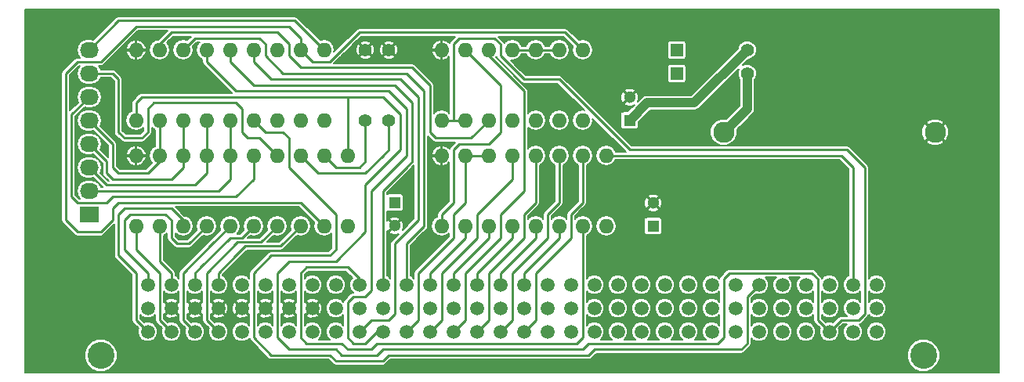
<source format=gbr>
G04 #@! TF.FileFunction,Copper,L2,Bot,Signal*
%FSLAX46Y46*%
G04 Gerber Fmt 4.6, Leading zero omitted, Abs format (unit mm)*
G04 Created by KiCad (PCBNEW 4.0.1-stable) date 05.07.2016 19:52:16*
%MOMM*%
G01*
G04 APERTURE LIST*
%ADD10C,0.100000*%
%ADD11C,0.599440*%
%ADD12O,1.600000X1.600000*%
%ADD13C,1.501140*%
%ADD14C,2.900680*%
%ADD15R,1.300000X1.300000*%
%ADD16C,1.300000*%
%ADD17R,1.397000X1.397000*%
%ADD18C,1.397000*%
%ADD19C,2.286000*%
%ADD20R,2.032000X1.727200*%
%ADD21O,2.032000X1.727200*%
%ADD22C,1.000000*%
%ADD23C,0.250000*%
%ADD24C,0.127000*%
G04 APERTURE END LIST*
D10*
D11*
X123825000Y-125095000D03*
X123825000Y-131445000D03*
X112395000Y-131445000D03*
X118110000Y-131445000D03*
X106045000Y-131445000D03*
X80645000Y-109220000D03*
X81915000Y-130810000D03*
X83820000Y-123825000D03*
X118110000Y-125095000D03*
X112395000Y-125095000D03*
X141605000Y-106680000D03*
X141605000Y-115570000D03*
X141605000Y-133350000D03*
X141605000Y-142240000D03*
X141605000Y-124460000D03*
X41275000Y-124460000D03*
X41275000Y-142240000D03*
X41275000Y-133350000D03*
X41275000Y-115570000D03*
X55880000Y-112395000D03*
X50800000Y-112395000D03*
D12*
X99060000Y-109220000D03*
X96520000Y-109220000D03*
X93980000Y-109220000D03*
X91440000Y-109220000D03*
X88900000Y-109220000D03*
X86360000Y-109220000D03*
X83820000Y-109220000D03*
X83820000Y-116840000D03*
X86360000Y-116840000D03*
X88900000Y-116840000D03*
X91440000Y-116840000D03*
X93980000Y-116840000D03*
X96520000Y-116840000D03*
X99060000Y-116840000D03*
D13*
X130810000Y-139700000D03*
X128270000Y-139700000D03*
X123190000Y-139700000D03*
X125730000Y-139700000D03*
X120650000Y-139700000D03*
X118110000Y-139700000D03*
X115570000Y-139700000D03*
X113030000Y-139700000D03*
X110490000Y-139700000D03*
X107950000Y-139700000D03*
X105410000Y-139700000D03*
X102870000Y-139700000D03*
X100330000Y-139700000D03*
X97790000Y-139700000D03*
X95250000Y-139700000D03*
X92710000Y-139700000D03*
X90170000Y-139700000D03*
X87630000Y-139700000D03*
X85090000Y-139700000D03*
X82550000Y-139700000D03*
X80010000Y-139700000D03*
X77470000Y-139700000D03*
X74930000Y-139700000D03*
X72390000Y-139700000D03*
X69850000Y-139700000D03*
X67310000Y-139700000D03*
X64770000Y-139700000D03*
X62230000Y-139700000D03*
X59690000Y-139700000D03*
X57150000Y-139700000D03*
X54610000Y-139700000D03*
X52070000Y-139700000D03*
X52070000Y-137160000D03*
X54610000Y-137160000D03*
X57150000Y-137160000D03*
X59690000Y-137160000D03*
X62230000Y-137160000D03*
X64770000Y-137160000D03*
X67310000Y-137160000D03*
X69850000Y-137160000D03*
X72390000Y-137160000D03*
X74930000Y-137160000D03*
X77470000Y-137160000D03*
X80010000Y-137160000D03*
X82550000Y-137160000D03*
X85090000Y-137160000D03*
X87630000Y-137160000D03*
X90170000Y-137160000D03*
X92710000Y-137160000D03*
X95250000Y-137160000D03*
X97790000Y-137160000D03*
X100330000Y-137160000D03*
X102870000Y-137160000D03*
X105410000Y-137160000D03*
X107950000Y-137160000D03*
X110490000Y-137160000D03*
X113030000Y-137160000D03*
X115570000Y-137160000D03*
X118110000Y-137160000D03*
X120650000Y-137160000D03*
X125730000Y-137160000D03*
X123190000Y-137160000D03*
X128270000Y-137160000D03*
X130810000Y-137160000D03*
X130810000Y-134620000D03*
X128270000Y-134620000D03*
X123190000Y-134620000D03*
X125730000Y-134620000D03*
X120650000Y-134620000D03*
X118110000Y-134620000D03*
X115570000Y-134620000D03*
X113030000Y-134620000D03*
X110490000Y-134620000D03*
X107950000Y-134620000D03*
X105410000Y-134620000D03*
X102870000Y-134620000D03*
X100330000Y-134620000D03*
X97790000Y-134620000D03*
X95250000Y-134620000D03*
X92710000Y-134620000D03*
X90170000Y-134620000D03*
X87630000Y-134620000D03*
X85090000Y-134620000D03*
X82550000Y-134620000D03*
X80010000Y-134620000D03*
X77470000Y-134620000D03*
X74930000Y-134620000D03*
X72390000Y-134620000D03*
X69850000Y-134620000D03*
X67310000Y-134620000D03*
X64770000Y-134620000D03*
X62230000Y-134620000D03*
X59690000Y-134620000D03*
X57150000Y-134620000D03*
X54610000Y-134620000D03*
X52070000Y-134620000D03*
D14*
X46990000Y-142240000D03*
X135890000Y-142240000D03*
D15*
X106680000Y-128270000D03*
D16*
X106680000Y-125770000D03*
D17*
X109220000Y-111760000D03*
D18*
X116840000Y-111760000D03*
D15*
X104140000Y-116840000D03*
D16*
X104140000Y-114340000D03*
D17*
X109220000Y-109220000D03*
D18*
X116840000Y-109220000D03*
D15*
X78740000Y-125730000D03*
D16*
X78740000Y-128230000D03*
D12*
X101600000Y-120650000D03*
X99060000Y-120650000D03*
X96520000Y-120650000D03*
X93980000Y-120650000D03*
X91440000Y-120650000D03*
X88900000Y-120650000D03*
X86360000Y-120650000D03*
X83820000Y-120650000D03*
X83820000Y-128270000D03*
X86360000Y-128270000D03*
X88900000Y-128270000D03*
X91440000Y-128270000D03*
X93980000Y-128270000D03*
X96520000Y-128270000D03*
X99060000Y-128270000D03*
X101600000Y-128270000D03*
X71120000Y-109220000D03*
X68580000Y-109220000D03*
X66040000Y-109220000D03*
X63500000Y-109220000D03*
X60960000Y-109220000D03*
X58420000Y-109220000D03*
X55880000Y-109220000D03*
X53340000Y-109220000D03*
X50800000Y-109220000D03*
X50800000Y-116840000D03*
X53340000Y-116840000D03*
X55880000Y-116840000D03*
X58420000Y-116840000D03*
X60960000Y-116840000D03*
X63500000Y-116840000D03*
X66040000Y-116840000D03*
X68580000Y-116840000D03*
X71120000Y-116840000D03*
X73660000Y-120650000D03*
X71120000Y-120650000D03*
X68580000Y-120650000D03*
X66040000Y-120650000D03*
X63500000Y-120650000D03*
X60960000Y-120650000D03*
X58420000Y-120650000D03*
X55880000Y-120650000D03*
X53340000Y-120650000D03*
X50800000Y-120650000D03*
X50800000Y-128270000D03*
X53340000Y-128270000D03*
X55880000Y-128270000D03*
X58420000Y-128270000D03*
X60960000Y-128270000D03*
X63500000Y-128270000D03*
X66040000Y-128270000D03*
X68580000Y-128270000D03*
X71120000Y-128270000D03*
X73660000Y-128270000D03*
D18*
X78105000Y-109220000D03*
X78105000Y-116840000D03*
X75565000Y-109220000D03*
X75565000Y-116840000D03*
D11*
X41275000Y-106680000D03*
D19*
X137160000Y-118110000D03*
X114300000Y-118110000D03*
D20*
X45720000Y-127000000D03*
D21*
X45720000Y-124460000D03*
X45720000Y-121920000D03*
X45720000Y-119380000D03*
X45720000Y-116840000D03*
X45720000Y-114300000D03*
X45720000Y-111760000D03*
X45720000Y-109220000D03*
D22*
X104140000Y-116840000D02*
X106045000Y-114935000D01*
X111125000Y-114935000D02*
X116840000Y-109220000D01*
X106045000Y-114935000D02*
X111125000Y-114935000D01*
X116840000Y-111760000D02*
X116840000Y-115570000D01*
X116840000Y-115570000D02*
X114300000Y-118110000D01*
D23*
X74930000Y-141605000D02*
X76200000Y-141605000D01*
X76835000Y-140970000D02*
X98425000Y-140970000D01*
X76200000Y-141605000D02*
X76835000Y-140970000D01*
X68580000Y-139700000D02*
X68580000Y-140335000D01*
X68580000Y-140335000D02*
X69215000Y-140970000D01*
X73025000Y-140970000D02*
X73660000Y-141605000D01*
X69215000Y-140970000D02*
X73025000Y-140970000D01*
X98425000Y-140970000D02*
X99060000Y-140335000D01*
X73660000Y-141605000D02*
X74930000Y-141605000D01*
X68580000Y-138684000D02*
X68580000Y-139700000D01*
X74930000Y-134620000D02*
X74930000Y-133985000D01*
X74930000Y-133985000D02*
X73660000Y-132715000D01*
X68580000Y-133350000D02*
X68580000Y-138684000D01*
X69215000Y-132715000D02*
X68580000Y-133350000D01*
X73660000Y-132715000D02*
X69215000Y-132715000D01*
X99060000Y-140335000D02*
X99060000Y-128270000D01*
X86360000Y-120650000D02*
X86360000Y-125730000D01*
X86360000Y-120650000D02*
X88900000Y-120650000D01*
X80010000Y-139700000D02*
X81280000Y-138430000D01*
X85090000Y-127000000D02*
X86360000Y-125730000D01*
X85090000Y-129540000D02*
X85090000Y-127000000D01*
X81280000Y-133350000D02*
X85090000Y-129540000D01*
X81280000Y-138430000D02*
X81280000Y-133350000D01*
X82550000Y-134620000D02*
X82550000Y-133350000D01*
X86360000Y-129540000D02*
X86360000Y-128270000D01*
X82550000Y-133350000D02*
X86360000Y-129540000D01*
X82550000Y-139700000D02*
X83820000Y-138430000D01*
X91440000Y-123190000D02*
X91440000Y-120650000D01*
X87630000Y-127000000D02*
X91440000Y-123190000D01*
X87630000Y-129540000D02*
X87630000Y-127000000D01*
X83820000Y-133350000D02*
X87630000Y-129540000D01*
X83820000Y-138430000D02*
X83820000Y-133350000D01*
X85090000Y-134620000D02*
X85090000Y-133350000D01*
X88900000Y-129540000D02*
X88900000Y-128270000D01*
X85090000Y-133350000D02*
X88900000Y-129540000D01*
X87630000Y-134620000D02*
X87630000Y-133350000D01*
X91440000Y-129540000D02*
X91440000Y-128270000D01*
X87630000Y-133350000D02*
X91440000Y-129540000D01*
X92710000Y-127000000D02*
X93980000Y-125730000D01*
X93980000Y-125730000D02*
X93980000Y-120650000D01*
X87630000Y-139700000D02*
X88900000Y-138430000D01*
X92710000Y-129540000D02*
X92710000Y-128270000D01*
X92710000Y-128270000D02*
X92710000Y-127000000D01*
X88900000Y-133350000D02*
X92710000Y-129540000D01*
X88900000Y-134620000D02*
X88900000Y-133350000D01*
X88900000Y-138430000D02*
X88900000Y-134620000D01*
X86360000Y-109220000D02*
X90170000Y-113030000D01*
X85725000Y-119380000D02*
X85090000Y-120015000D01*
X88900000Y-119380000D02*
X85725000Y-119380000D01*
X90170000Y-118110000D02*
X88900000Y-119380000D01*
X90170000Y-113030000D02*
X90170000Y-118110000D01*
X83820000Y-128270000D02*
X83820000Y-127000000D01*
X85090000Y-125730000D02*
X85090000Y-120015000D01*
X83820000Y-127000000D02*
X85090000Y-125730000D01*
X90170000Y-134620000D02*
X90170000Y-133350000D01*
X93980000Y-129540000D02*
X93980000Y-128270000D01*
X90170000Y-133350000D02*
X93980000Y-129540000D01*
X93970000Y-128280000D02*
X93980000Y-128270000D01*
X95250000Y-127000000D02*
X96520000Y-125730000D01*
X96520000Y-125730000D02*
X96520000Y-120650000D01*
X90170000Y-139700000D02*
X91440000Y-138430000D01*
X95250000Y-129540000D02*
X95250000Y-127000000D01*
X91440000Y-133350000D02*
X95250000Y-129540000D01*
X91440000Y-135890000D02*
X91440000Y-133350000D01*
X91440000Y-138430000D02*
X91440000Y-135890000D01*
X92710000Y-134620000D02*
X92710000Y-133350000D01*
X96520000Y-129540000D02*
X96520000Y-128270000D01*
X92710000Y-133350000D02*
X96520000Y-129540000D01*
X97790000Y-127000000D02*
X99060000Y-125730000D01*
X99060000Y-125730000D02*
X99060000Y-120650000D01*
X92710000Y-139700000D02*
X93980000Y-138430000D01*
X97790000Y-129540000D02*
X97790000Y-127000000D01*
X93980000Y-133350000D02*
X97790000Y-129540000D01*
X93980000Y-138430000D02*
X93980000Y-133350000D01*
X128270000Y-134620000D02*
X128270000Y-121920000D01*
X127000000Y-120650000D02*
X101600000Y-120650000D01*
X128270000Y-121920000D02*
X127000000Y-120650000D01*
X45085000Y-110490000D02*
X44450000Y-110490000D01*
X43180000Y-111760000D02*
X43180000Y-114300000D01*
X44450000Y-110490000D02*
X43180000Y-111760000D01*
X45085000Y-110490000D02*
X46990000Y-110490000D01*
X46990000Y-110490000D02*
X50800000Y-106680000D01*
X43180000Y-115570000D02*
X43180000Y-114300000D01*
X68580000Y-125730000D02*
X48895000Y-125730000D01*
X48895000Y-125730000D02*
X48260000Y-126365000D01*
X48260000Y-126365000D02*
X48260000Y-127635000D01*
X48260000Y-127635000D02*
X46990000Y-128905000D01*
X46990000Y-128905000D02*
X44450000Y-128905000D01*
X44450000Y-128905000D02*
X43180000Y-127635000D01*
X43180000Y-127635000D02*
X43180000Y-115570000D01*
X71120000Y-128270000D02*
X68580000Y-125730000D01*
X63500000Y-106680000D02*
X67310000Y-106680000D01*
X68580000Y-107950000D02*
X68580000Y-109220000D01*
X67310000Y-106680000D02*
X68580000Y-107950000D01*
X50800000Y-106680000D02*
X63500000Y-106680000D01*
X68580000Y-109220000D02*
X69850000Y-110490000D01*
X69850000Y-110490000D02*
X71755000Y-110490000D01*
X71755000Y-110490000D02*
X74930000Y-107315000D01*
X74930000Y-107315000D02*
X97155000Y-107315000D01*
X97155000Y-107315000D02*
X99060000Y-109220000D01*
X91440000Y-109220000D02*
X93980000Y-109220000D01*
X93980000Y-109220000D02*
X96520000Y-109220000D01*
X92710000Y-120650000D02*
X92710000Y-113665000D01*
X92710000Y-113665000D02*
X88900000Y-109855000D01*
X88900000Y-109855000D02*
X88900000Y-109220000D01*
X85090000Y-139700000D02*
X86360000Y-138430000D01*
X92710000Y-124460000D02*
X92710000Y-120650000D01*
X90170000Y-127000000D02*
X92710000Y-124460000D01*
X90170000Y-129540000D02*
X90170000Y-127000000D01*
X86360000Y-133350000D02*
X90170000Y-129540000D01*
X86360000Y-138430000D02*
X86360000Y-133350000D01*
X50800000Y-116840000D02*
X50800000Y-114935000D01*
X51435000Y-114300000D02*
X54610000Y-114300000D01*
X50800000Y-114935000D02*
X51435000Y-114300000D01*
X73660000Y-120650000D02*
X73660000Y-114300000D01*
X77470000Y-114300000D02*
X79375000Y-116205000D01*
X54610000Y-114300000D02*
X73660000Y-114300000D01*
X73660000Y-114300000D02*
X77470000Y-114300000D01*
X85090000Y-109220000D02*
X85090000Y-116840000D01*
X83820000Y-116840000D02*
X85090000Y-116840000D01*
X85090000Y-116840000D02*
X86360000Y-116840000D01*
X79375000Y-116205000D02*
X79375000Y-120015000D01*
X79375000Y-120015000D02*
X75565000Y-123825000D01*
X75565000Y-123825000D02*
X75565000Y-128905000D01*
X75565000Y-128905000D02*
X72390000Y-132080000D01*
X72390000Y-132080000D02*
X67310000Y-132080000D01*
X67310000Y-132080000D02*
X66040000Y-133350000D01*
X66040000Y-133350000D02*
X66040000Y-140335000D01*
X66040000Y-140335000D02*
X67310000Y-141605000D01*
X67310000Y-141605000D02*
X72390000Y-141605000D01*
X72390000Y-141605000D02*
X73025000Y-142240000D01*
X73025000Y-142240000D02*
X76835000Y-142240000D01*
X76835000Y-142240000D02*
X77470000Y-141605000D01*
X77470000Y-141605000D02*
X99060000Y-141605000D01*
X99060000Y-141605000D02*
X99695000Y-140970000D01*
X99695000Y-140970000D02*
X113665000Y-140970000D01*
X113665000Y-140970000D02*
X114300000Y-140335000D01*
X114300000Y-140335000D02*
X114300000Y-133985000D01*
X114300000Y-133985000D02*
X114935000Y-133350000D01*
X114935000Y-133350000D02*
X123825000Y-133350000D01*
X123825000Y-133350000D02*
X124460000Y-133985000D01*
X124460000Y-133985000D02*
X124460000Y-138430000D01*
X124460000Y-138430000D02*
X125730000Y-139700000D01*
X85090000Y-108585000D02*
X85725000Y-107950000D01*
X85725000Y-107950000D02*
X89535000Y-107950000D01*
X89535000Y-107950000D02*
X90170000Y-108585000D01*
X90170000Y-108585000D02*
X90170000Y-109855000D01*
X90170000Y-109855000D02*
X92710000Y-112395000D01*
X127000000Y-138430000D02*
X125730000Y-139700000D01*
X96520000Y-112395000D02*
X92710000Y-112395000D01*
X104140000Y-120015000D02*
X96520000Y-112395000D01*
X127635000Y-120015000D02*
X104140000Y-120015000D01*
X129540000Y-121920000D02*
X127635000Y-120015000D01*
X129540000Y-137795000D02*
X129540000Y-121920000D01*
X128905000Y-138430000D02*
X129540000Y-137795000D01*
X127000000Y-138430000D02*
X128905000Y-138430000D01*
X85090000Y-109220000D02*
X85090000Y-108585000D01*
X67310000Y-109855000D02*
X68580000Y-111125000D01*
X80645000Y-111125000D02*
X82550000Y-113030000D01*
X71120000Y-111125000D02*
X80645000Y-111125000D01*
X68580000Y-111125000D02*
X71120000Y-111125000D01*
X83185000Y-118745000D02*
X86995000Y-118745000D01*
X82550000Y-118110000D02*
X83185000Y-118745000D01*
X82550000Y-113030000D02*
X82550000Y-118110000D01*
X86995000Y-118745000D02*
X88900000Y-116840000D01*
X53340000Y-109220000D02*
X53340000Y-108585000D01*
X53340000Y-108585000D02*
X54610000Y-107315000D01*
X54610000Y-107315000D02*
X66040000Y-107315000D01*
X66040000Y-107315000D02*
X67310000Y-108585000D01*
X67310000Y-108585000D02*
X67310000Y-109855000D01*
X45720000Y-109220000D02*
X48895000Y-106045000D01*
X67945000Y-106045000D02*
X71120000Y-109220000D01*
X48895000Y-106045000D02*
X67945000Y-106045000D01*
X63500000Y-110490000D02*
X65405000Y-112395000D01*
X79375000Y-112395000D02*
X81280000Y-114300000D01*
X65405000Y-112395000D02*
X79375000Y-112395000D01*
X81280000Y-127635000D02*
X78740000Y-130175000D01*
X78105000Y-138430000D02*
X76200000Y-138430000D01*
X78740000Y-137795000D02*
X78105000Y-138430000D01*
X78740000Y-130175000D02*
X78740000Y-137795000D01*
X76200000Y-138430000D02*
X74930000Y-139700000D01*
X81280000Y-114300000D02*
X81280000Y-127635000D01*
X63500000Y-109220000D02*
X63500000Y-110490000D01*
X60960000Y-110490000D02*
X63500000Y-113030000D01*
X78740000Y-113030000D02*
X80645000Y-114935000D01*
X63500000Y-113030000D02*
X78740000Y-113030000D01*
X80645000Y-121285000D02*
X80010000Y-121920000D01*
X77470000Y-124460000D02*
X80010000Y-121920000D01*
X77470000Y-134620000D02*
X77470000Y-124460000D01*
X80645000Y-114935000D02*
X80645000Y-121285000D01*
X60960000Y-110490000D02*
X60960000Y-109220000D01*
X58420000Y-110490000D02*
X61595000Y-113665000D01*
X78105000Y-113665000D02*
X80010000Y-115570000D01*
X61595000Y-113665000D02*
X78105000Y-113665000D01*
X80010000Y-120650000D02*
X78740000Y-121920000D01*
X76835000Y-139700000D02*
X75565000Y-140970000D01*
X75565000Y-140970000D02*
X74295000Y-140970000D01*
X74295000Y-140970000D02*
X73660000Y-140335000D01*
X73660000Y-140335000D02*
X73660000Y-136525000D01*
X73660000Y-136525000D02*
X74295000Y-135890000D01*
X74295000Y-135890000D02*
X75565000Y-135890000D01*
X75565000Y-135890000D02*
X76200000Y-135255000D01*
X78740000Y-121920000D02*
X76200000Y-124460000D01*
X76200000Y-124460000D02*
X76200000Y-135255000D01*
X80010000Y-115570000D02*
X80010000Y-120650000D01*
X58420000Y-109220000D02*
X58420000Y-110490000D01*
X77470000Y-139700000D02*
X76835000Y-139700000D01*
X64770000Y-109855000D02*
X66675000Y-111760000D01*
X80010000Y-111760000D02*
X81915000Y-113665000D01*
X66675000Y-111760000D02*
X80010000Y-111760000D01*
X81915000Y-128270000D02*
X81280000Y-128905000D01*
X81280000Y-128905000D02*
X80010000Y-130175000D01*
X80010000Y-130175000D02*
X80010000Y-134620000D01*
X81915000Y-113665000D02*
X81915000Y-128270000D01*
X62230000Y-107950000D02*
X64135000Y-107950000D01*
X64770000Y-108585000D02*
X64770000Y-109855000D01*
X64135000Y-107950000D02*
X64770000Y-108585000D01*
X55880000Y-109220000D02*
X57150000Y-107950000D01*
X59055000Y-107950000D02*
X62230000Y-107950000D01*
X57150000Y-107950000D02*
X59055000Y-107950000D01*
X53340000Y-120650000D02*
X53340000Y-116840000D01*
X45720000Y-116840000D02*
X48260000Y-119380000D01*
X52070000Y-122555000D02*
X53340000Y-121285000D01*
X48895000Y-122555000D02*
X52070000Y-122555000D01*
X48260000Y-121920000D02*
X48895000Y-122555000D01*
X48260000Y-119380000D02*
X48260000Y-121920000D01*
X53340000Y-121285000D02*
X53340000Y-120650000D01*
X55880000Y-116840000D02*
X55880000Y-120650000D01*
X45720000Y-119380000D02*
X47625000Y-121285000D01*
X55880000Y-121920000D02*
X55880000Y-120650000D01*
X54610000Y-123190000D02*
X55880000Y-121920000D01*
X48260000Y-123190000D02*
X54610000Y-123190000D01*
X47625000Y-122555000D02*
X48260000Y-123190000D01*
X47625000Y-121285000D02*
X47625000Y-122555000D01*
X58420000Y-120650000D02*
X58420000Y-116840000D01*
X45720000Y-121920000D02*
X47625000Y-123825000D01*
X58420000Y-122555000D02*
X58420000Y-121285000D01*
X57150000Y-123825000D02*
X58420000Y-122555000D01*
X48895000Y-123825000D02*
X57150000Y-123825000D01*
X47625000Y-123825000D02*
X48895000Y-123825000D01*
X58420000Y-121285000D02*
X58420000Y-120650000D01*
X60960000Y-116840000D02*
X60960000Y-120650000D01*
X45720000Y-124460000D02*
X59690000Y-124460000D01*
X60960000Y-123190000D02*
X60960000Y-120650000D01*
X59690000Y-124460000D02*
X60960000Y-123190000D01*
X63500000Y-116840000D02*
X64770000Y-118110000D01*
X67310000Y-118745000D02*
X67310000Y-120650000D01*
X66675000Y-118110000D02*
X67310000Y-118745000D01*
X64770000Y-118110000D02*
X66675000Y-118110000D01*
X72390000Y-128905000D02*
X72390000Y-130810000D01*
X65405000Y-131445000D02*
X63500000Y-133350000D01*
X71755000Y-131445000D02*
X65405000Y-131445000D01*
X72390000Y-130810000D02*
X71755000Y-131445000D01*
X68580000Y-142240000D02*
X65405000Y-142240000D01*
X65405000Y-142240000D02*
X63500000Y-140335000D01*
X63500000Y-139700000D02*
X63500000Y-140335000D01*
X63500000Y-133350000D02*
X63500000Y-139700000D01*
X100330000Y-141605000D02*
X116205000Y-141605000D01*
X99695000Y-142240000D02*
X100330000Y-141605000D01*
X78105000Y-142240000D02*
X99695000Y-142240000D01*
X77470000Y-142875000D02*
X78105000Y-142240000D01*
X72390000Y-142875000D02*
X77470000Y-142875000D01*
X71755000Y-142240000D02*
X72390000Y-142875000D01*
X68580000Y-142240000D02*
X71755000Y-142240000D01*
X116205000Y-141605000D02*
X116840000Y-140970000D01*
X116840000Y-135890000D02*
X118110000Y-134620000D01*
X116840000Y-140970000D02*
X116840000Y-135890000D01*
X72390000Y-127000000D02*
X72390000Y-128905000D01*
X67310000Y-121920000D02*
X72390000Y-127000000D01*
X67310000Y-120650000D02*
X67310000Y-121920000D01*
X45720000Y-111760000D02*
X48260000Y-111760000D01*
X64135000Y-118745000D02*
X66040000Y-120650000D01*
X62865000Y-118745000D02*
X64135000Y-118745000D01*
X62230000Y-118110000D02*
X62865000Y-118745000D01*
X62230000Y-115570000D02*
X62230000Y-118110000D01*
X61595000Y-114935000D02*
X62230000Y-115570000D01*
X52705000Y-114935000D02*
X61595000Y-114935000D01*
X52070000Y-115570000D02*
X52705000Y-114935000D01*
X52070000Y-118110000D02*
X52070000Y-115570000D01*
X51435000Y-118745000D02*
X52070000Y-118110000D01*
X49530000Y-118745000D02*
X51435000Y-118745000D01*
X48895000Y-118110000D02*
X49530000Y-118745000D01*
X48895000Y-112395000D02*
X48895000Y-118110000D01*
X48260000Y-111760000D02*
X48895000Y-112395000D01*
X52070000Y-139700000D02*
X50800000Y-138430000D01*
X54610000Y-126365000D02*
X55880000Y-127635000D01*
X49530000Y-126365000D02*
X54610000Y-126365000D01*
X48895000Y-127000000D02*
X49530000Y-126365000D01*
X48895000Y-131445000D02*
X48895000Y-127000000D01*
X50800000Y-133350000D02*
X48895000Y-131445000D01*
X50800000Y-138430000D02*
X50800000Y-133350000D01*
X55880000Y-127635000D02*
X55880000Y-128270000D01*
X52070000Y-134620000D02*
X52070000Y-133350000D01*
X56515000Y-130175000D02*
X58420000Y-128270000D01*
X55245000Y-130175000D02*
X56515000Y-130175000D01*
X54610000Y-129540000D02*
X55245000Y-130175000D01*
X54610000Y-127635000D02*
X54610000Y-129540000D01*
X53975000Y-127000000D02*
X54610000Y-127635000D01*
X50165000Y-127000000D02*
X53975000Y-127000000D01*
X49530000Y-127635000D02*
X50165000Y-127000000D01*
X49530000Y-130810000D02*
X49530000Y-127635000D01*
X52070000Y-133350000D02*
X49530000Y-130810000D01*
X50800000Y-128270000D02*
X50800000Y-130810000D01*
X53340000Y-138430000D02*
X54610000Y-139700000D01*
X53340000Y-133350000D02*
X53340000Y-138430000D01*
X50800000Y-130810000D02*
X53340000Y-133350000D01*
X54610000Y-134620000D02*
X54610000Y-133350000D01*
X54610000Y-133350000D02*
X53340000Y-132080000D01*
X53340000Y-128270000D02*
X53340000Y-132080000D01*
X60960000Y-128270000D02*
X59055000Y-130175000D01*
X59055000Y-130175000D02*
X55880000Y-133350000D01*
X57150000Y-139700000D02*
X55880000Y-138430000D01*
X55880000Y-138430000D02*
X55880000Y-133350000D01*
X63500000Y-128270000D02*
X62230000Y-129540000D01*
X60960000Y-129540000D02*
X57785000Y-132715000D01*
X62230000Y-129540000D02*
X60960000Y-129540000D01*
X57150000Y-133350000D02*
X57150000Y-134620000D01*
X57785000Y-132715000D02*
X57150000Y-133350000D01*
X66040000Y-128270000D02*
X64319998Y-129990002D01*
X61779998Y-129990002D02*
X58420000Y-133350000D01*
X64319998Y-129990002D02*
X61779998Y-129990002D01*
X59690000Y-139700000D02*
X58420000Y-138430000D01*
X58420000Y-138430000D02*
X58420000Y-133350000D01*
X64770000Y-130440004D02*
X66409996Y-130440004D01*
X66409996Y-130440004D02*
X68580000Y-128270000D01*
X62599996Y-130440004D02*
X61595000Y-131445000D01*
X64770000Y-130440004D02*
X62599996Y-130440004D01*
X59690000Y-134620000D02*
X59690000Y-133350000D01*
X59690000Y-133350000D02*
X61595000Y-131445000D01*
X78105000Y-116840000D02*
X78105000Y-120015000D01*
X78105000Y-120015000D02*
X77470000Y-120650000D01*
X68580000Y-120650000D02*
X70485000Y-122555000D01*
X75565000Y-122555000D02*
X77470000Y-120650000D01*
X70485000Y-122555000D02*
X75565000Y-122555000D01*
X75565000Y-116840000D02*
X75565000Y-121285000D01*
X75565000Y-121285000D02*
X74930000Y-121920000D01*
X71120000Y-120650000D02*
X72390000Y-121920000D01*
X72390000Y-121920000D02*
X74930000Y-121920000D01*
X45720000Y-114300000D02*
X43815000Y-116205000D01*
X63500000Y-123190000D02*
X63500000Y-120650000D01*
X61595000Y-125095000D02*
X63500000Y-123190000D01*
X48260000Y-125095000D02*
X61595000Y-125095000D01*
X47625000Y-125730000D02*
X48260000Y-125095000D01*
X44450000Y-125730000D02*
X47625000Y-125730000D01*
X43815000Y-125095000D02*
X44450000Y-125730000D01*
X43815000Y-118745000D02*
X43815000Y-125095000D01*
X43815000Y-116205000D02*
X43815000Y-118745000D01*
D24*
G36*
X144081500Y-144081500D02*
X38798500Y-144081500D01*
X38798500Y-142590102D01*
X45221854Y-142590102D01*
X45490424Y-143240093D01*
X45987292Y-143737828D01*
X46636812Y-144007532D01*
X47340102Y-144008146D01*
X47990093Y-143739576D01*
X48487828Y-143242708D01*
X48757532Y-142593188D01*
X48758146Y-141889898D01*
X48489576Y-141239907D01*
X47992708Y-140742172D01*
X47343188Y-140472468D01*
X46639898Y-140471854D01*
X45989907Y-140740424D01*
X45492172Y-141237292D01*
X45222468Y-141886812D01*
X45221854Y-142590102D01*
X38798500Y-142590102D01*
X38798500Y-111760000D01*
X42737500Y-111760000D01*
X42737500Y-127635000D01*
X42771183Y-127804338D01*
X42867105Y-127947895D01*
X44137105Y-129217895D01*
X44280663Y-129313817D01*
X44450000Y-129347500D01*
X46990000Y-129347500D01*
X47159338Y-129313817D01*
X47302895Y-129217895D01*
X48452500Y-128068290D01*
X48452500Y-131445000D01*
X48486183Y-131614338D01*
X48582105Y-131757895D01*
X50357500Y-133533290D01*
X50357500Y-138430000D01*
X50391183Y-138599338D01*
X50487105Y-138742895D01*
X51069220Y-139325010D01*
X51002116Y-139486616D01*
X51001745Y-139911520D01*
X51164006Y-140304223D01*
X51464197Y-140604938D01*
X51856616Y-140767884D01*
X52281520Y-140768255D01*
X52674223Y-140605994D01*
X52974938Y-140305803D01*
X53137884Y-139913384D01*
X53138255Y-139488480D01*
X52975994Y-139095777D01*
X52675803Y-138795062D01*
X52283384Y-138632116D01*
X51858480Y-138631745D01*
X51695059Y-138699269D01*
X51242500Y-138246710D01*
X51242500Y-137842854D01*
X51464197Y-138064938D01*
X51856616Y-138227884D01*
X52281520Y-138228255D01*
X52674223Y-138065994D01*
X52897500Y-137843106D01*
X52897500Y-138430000D01*
X52931183Y-138599338D01*
X53027105Y-138742895D01*
X53609220Y-139325010D01*
X53542116Y-139486616D01*
X53541745Y-139911520D01*
X53704006Y-140304223D01*
X54004197Y-140604938D01*
X54396616Y-140767884D01*
X54821520Y-140768255D01*
X55214223Y-140605994D01*
X55514938Y-140305803D01*
X55677884Y-139913384D01*
X55678255Y-139488480D01*
X55515994Y-139095777D01*
X55215803Y-138795062D01*
X54823384Y-138632116D01*
X54398480Y-138631745D01*
X54235059Y-138699269D01*
X53782500Y-138246710D01*
X53782500Y-137917397D01*
X53942406Y-137917397D01*
X54022367Y-138076841D01*
X54417958Y-138231928D01*
X54842785Y-138223824D01*
X55197633Y-138076841D01*
X55277594Y-137917397D01*
X54610000Y-137249803D01*
X53942406Y-137917397D01*
X53782500Y-137917397D01*
X53782500Y-137792437D01*
X53852603Y-137827594D01*
X54520197Y-137160000D01*
X53852603Y-136492406D01*
X53782500Y-136527563D01*
X53782500Y-136402603D01*
X53942406Y-136402603D01*
X54610000Y-137070197D01*
X55277594Y-136402603D01*
X55197633Y-136243159D01*
X54802042Y-136088072D01*
X54377215Y-136096176D01*
X54022367Y-136243159D01*
X53942406Y-136402603D01*
X53782500Y-136402603D01*
X53782500Y-135302854D01*
X54004197Y-135524938D01*
X54396616Y-135687884D01*
X54821520Y-135688255D01*
X55214223Y-135525994D01*
X55437500Y-135303106D01*
X55437500Y-136527563D01*
X55367397Y-136492406D01*
X54699803Y-137160000D01*
X55367397Y-137827594D01*
X55437500Y-137792437D01*
X55437500Y-138430000D01*
X55471183Y-138599338D01*
X55567105Y-138742895D01*
X56149220Y-139325010D01*
X56082116Y-139486616D01*
X56081745Y-139911520D01*
X56244006Y-140304223D01*
X56544197Y-140604938D01*
X56936616Y-140767884D01*
X57361520Y-140768255D01*
X57754223Y-140605994D01*
X58054938Y-140305803D01*
X58217884Y-139913384D01*
X58218255Y-139488480D01*
X58055994Y-139095777D01*
X57755803Y-138795062D01*
X57363384Y-138632116D01*
X56938480Y-138631745D01*
X56775059Y-138699269D01*
X56322500Y-138246710D01*
X56322500Y-137917397D01*
X56482406Y-137917397D01*
X56562367Y-138076841D01*
X56957958Y-138231928D01*
X57382785Y-138223824D01*
X57737633Y-138076841D01*
X57817594Y-137917397D01*
X57150000Y-137249803D01*
X56482406Y-137917397D01*
X56322500Y-137917397D01*
X56322500Y-137792437D01*
X56392603Y-137827594D01*
X57060197Y-137160000D01*
X56392603Y-136492406D01*
X56322500Y-136527563D01*
X56322500Y-136402603D01*
X56482406Y-136402603D01*
X57150000Y-137070197D01*
X57817594Y-136402603D01*
X57737633Y-136243159D01*
X57342042Y-136088072D01*
X56917215Y-136096176D01*
X56562367Y-136243159D01*
X56482406Y-136402603D01*
X56322500Y-136402603D01*
X56322500Y-135302854D01*
X56544197Y-135524938D01*
X56936616Y-135687884D01*
X57361520Y-135688255D01*
X57754223Y-135525994D01*
X57977500Y-135303106D01*
X57977500Y-136527563D01*
X57907397Y-136492406D01*
X57239803Y-137160000D01*
X57907397Y-137827594D01*
X57977500Y-137792437D01*
X57977500Y-138430000D01*
X58011183Y-138599338D01*
X58107105Y-138742895D01*
X58689220Y-139325010D01*
X58622116Y-139486616D01*
X58621745Y-139911520D01*
X58784006Y-140304223D01*
X59084197Y-140604938D01*
X59476616Y-140767884D01*
X59901520Y-140768255D01*
X60294223Y-140605994D01*
X60594938Y-140305803D01*
X60757884Y-139913384D01*
X60758255Y-139488480D01*
X60595994Y-139095777D01*
X60295803Y-138795062D01*
X59903384Y-138632116D01*
X59478480Y-138631745D01*
X59315059Y-138699269D01*
X58862500Y-138246710D01*
X58862500Y-137917397D01*
X59022406Y-137917397D01*
X59102367Y-138076841D01*
X59497958Y-138231928D01*
X59922785Y-138223824D01*
X60277633Y-138076841D01*
X60357594Y-137917397D01*
X61562406Y-137917397D01*
X61642367Y-138076841D01*
X62037958Y-138231928D01*
X62462785Y-138223824D01*
X62817633Y-138076841D01*
X62897594Y-137917397D01*
X62230000Y-137249803D01*
X61562406Y-137917397D01*
X60357594Y-137917397D01*
X59690000Y-137249803D01*
X59022406Y-137917397D01*
X58862500Y-137917397D01*
X58862500Y-137792437D01*
X58932603Y-137827594D01*
X59600197Y-137160000D01*
X59779803Y-137160000D01*
X60447397Y-137827594D01*
X60606841Y-137747633D01*
X60761928Y-137352042D01*
X60754602Y-136967958D01*
X61158072Y-136967958D01*
X61166176Y-137392785D01*
X61313159Y-137747633D01*
X61472603Y-137827594D01*
X62140197Y-137160000D01*
X61472603Y-136492406D01*
X61313159Y-136572367D01*
X61158072Y-136967958D01*
X60754602Y-136967958D01*
X60753824Y-136927215D01*
X60606841Y-136572367D01*
X60447397Y-136492406D01*
X59779803Y-137160000D01*
X59600197Y-137160000D01*
X58932603Y-136492406D01*
X58862500Y-136527563D01*
X58862500Y-136402603D01*
X59022406Y-136402603D01*
X59690000Y-137070197D01*
X60357594Y-136402603D01*
X61562406Y-136402603D01*
X62230000Y-137070197D01*
X62897594Y-136402603D01*
X62817633Y-136243159D01*
X62422042Y-136088072D01*
X61997215Y-136096176D01*
X61642367Y-136243159D01*
X61562406Y-136402603D01*
X60357594Y-136402603D01*
X60277633Y-136243159D01*
X59882042Y-136088072D01*
X59457215Y-136096176D01*
X59102367Y-136243159D01*
X59022406Y-136402603D01*
X58862500Y-136402603D01*
X58862500Y-135302854D01*
X59084197Y-135524938D01*
X59476616Y-135687884D01*
X59901520Y-135688255D01*
X60294223Y-135525994D01*
X60594938Y-135225803D01*
X60757884Y-134833384D01*
X60758255Y-134408480D01*
X60595994Y-134015777D01*
X60295803Y-133715062D01*
X60132500Y-133647253D01*
X60132500Y-133533290D01*
X62783286Y-130882504D01*
X66409996Y-130882504D01*
X66579334Y-130848821D01*
X66722891Y-130752899D01*
X68151818Y-129323972D01*
X68152351Y-129324328D01*
X68580000Y-129409393D01*
X69007649Y-129324328D01*
X69370192Y-129082085D01*
X69612435Y-128719542D01*
X69697500Y-128291893D01*
X69697500Y-128248107D01*
X69612435Y-127820458D01*
X69370192Y-127457915D01*
X69007649Y-127215672D01*
X68580000Y-127130607D01*
X68152351Y-127215672D01*
X67789808Y-127457915D01*
X67547565Y-127820458D01*
X67462500Y-128248107D01*
X67462500Y-128291893D01*
X67540448Y-128683762D01*
X66226706Y-129997504D01*
X64938286Y-129997504D01*
X65611818Y-129323972D01*
X65612351Y-129324328D01*
X66040000Y-129409393D01*
X66467649Y-129324328D01*
X66830192Y-129082085D01*
X67072435Y-128719542D01*
X67157500Y-128291893D01*
X67157500Y-128248107D01*
X67072435Y-127820458D01*
X66830192Y-127457915D01*
X66467649Y-127215672D01*
X66040000Y-127130607D01*
X65612351Y-127215672D01*
X65249808Y-127457915D01*
X65007565Y-127820458D01*
X64922500Y-128248107D01*
X64922500Y-128291893D01*
X65000448Y-128683762D01*
X64136708Y-129547502D01*
X62848288Y-129547502D01*
X63071818Y-129323972D01*
X63072351Y-129324328D01*
X63500000Y-129409393D01*
X63927649Y-129324328D01*
X64290192Y-129082085D01*
X64532435Y-128719542D01*
X64617500Y-128291893D01*
X64617500Y-128248107D01*
X64532435Y-127820458D01*
X64290192Y-127457915D01*
X63927649Y-127215672D01*
X63500000Y-127130607D01*
X63072351Y-127215672D01*
X62709808Y-127457915D01*
X62467565Y-127820458D01*
X62382500Y-128248107D01*
X62382500Y-128291893D01*
X62460448Y-128683762D01*
X62046710Y-129097500D01*
X61727122Y-129097500D01*
X61750192Y-129082085D01*
X61992435Y-128719542D01*
X62077500Y-128291893D01*
X62077500Y-128248107D01*
X61992435Y-127820458D01*
X61750192Y-127457915D01*
X61387649Y-127215672D01*
X60960000Y-127130607D01*
X60532351Y-127215672D01*
X60169808Y-127457915D01*
X59927565Y-127820458D01*
X59842500Y-128248107D01*
X59842500Y-128291893D01*
X59920448Y-128683762D01*
X55567105Y-133037105D01*
X55471183Y-133180662D01*
X55471183Y-133180663D01*
X55437500Y-133350000D01*
X55437500Y-133937146D01*
X55215803Y-133715062D01*
X55052500Y-133647253D01*
X55052500Y-133350000D01*
X55018817Y-133180663D01*
X54922895Y-133037105D01*
X53782500Y-131896710D01*
X53782500Y-129314405D01*
X54130192Y-129082085D01*
X54167500Y-129026250D01*
X54167500Y-129540000D01*
X54201183Y-129709338D01*
X54297105Y-129852895D01*
X54932103Y-130487892D01*
X54932105Y-130487895D01*
X55003884Y-130535856D01*
X55075662Y-130583817D01*
X55245000Y-130617501D01*
X55245005Y-130617500D01*
X56515000Y-130617500D01*
X56684338Y-130583817D01*
X56827895Y-130487895D01*
X57991818Y-129323972D01*
X57992351Y-129324328D01*
X58420000Y-129409393D01*
X58847649Y-129324328D01*
X59210192Y-129082085D01*
X59452435Y-128719542D01*
X59537500Y-128291893D01*
X59537500Y-128248107D01*
X59452435Y-127820458D01*
X59210192Y-127457915D01*
X58847649Y-127215672D01*
X58420000Y-127130607D01*
X57992351Y-127215672D01*
X57629808Y-127457915D01*
X57387565Y-127820458D01*
X57302500Y-128248107D01*
X57302500Y-128291893D01*
X57380448Y-128683762D01*
X56331710Y-129732500D01*
X55428289Y-129732500D01*
X55052500Y-129356710D01*
X55052500Y-129026250D01*
X55089808Y-129082085D01*
X55452351Y-129324328D01*
X55880000Y-129409393D01*
X56307649Y-129324328D01*
X56670192Y-129082085D01*
X56912435Y-128719542D01*
X56997500Y-128291893D01*
X56997500Y-128248107D01*
X56912435Y-127820458D01*
X56670192Y-127457915D01*
X56307649Y-127215672D01*
X56031540Y-127160750D01*
X55043290Y-126172500D01*
X68396710Y-126172500D01*
X70080448Y-127856237D01*
X70002500Y-128248107D01*
X70002500Y-128291893D01*
X70087565Y-128719542D01*
X70329808Y-129082085D01*
X70692351Y-129324328D01*
X71120000Y-129409393D01*
X71547649Y-129324328D01*
X71910192Y-129082085D01*
X71947500Y-129026250D01*
X71947500Y-130626711D01*
X71571710Y-131002500D01*
X65405000Y-131002500D01*
X65235662Y-131036183D01*
X65092105Y-131132105D01*
X63187105Y-133037105D01*
X63091183Y-133180662D01*
X63091183Y-133180663D01*
X63057500Y-133350000D01*
X63057500Y-133937146D01*
X62835803Y-133715062D01*
X62443384Y-133552116D01*
X62018480Y-133551745D01*
X61625777Y-133714006D01*
X61325062Y-134014197D01*
X61162116Y-134406616D01*
X61161745Y-134831520D01*
X61324006Y-135224223D01*
X61624197Y-135524938D01*
X62016616Y-135687884D01*
X62441520Y-135688255D01*
X62834223Y-135525994D01*
X63057500Y-135303106D01*
X63057500Y-136527563D01*
X62987397Y-136492406D01*
X62319803Y-137160000D01*
X62987397Y-137827594D01*
X63057500Y-137792437D01*
X63057500Y-139017146D01*
X62835803Y-138795062D01*
X62443384Y-138632116D01*
X62018480Y-138631745D01*
X61625777Y-138794006D01*
X61325062Y-139094197D01*
X61162116Y-139486616D01*
X61161745Y-139911520D01*
X61324006Y-140304223D01*
X61624197Y-140604938D01*
X62016616Y-140767884D01*
X62441520Y-140768255D01*
X62834223Y-140605994D01*
X63065484Y-140375136D01*
X63091183Y-140504338D01*
X63187105Y-140647895D01*
X65092105Y-142552895D01*
X65235662Y-142648817D01*
X65405000Y-142682500D01*
X71571710Y-142682500D01*
X72077103Y-143187892D01*
X72077105Y-143187895D01*
X72148884Y-143235856D01*
X72220662Y-143283817D01*
X72390000Y-143317501D01*
X72390005Y-143317500D01*
X77470000Y-143317500D01*
X77639338Y-143283817D01*
X77782895Y-143187895D01*
X78288289Y-142682500D01*
X99695000Y-142682500D01*
X99864338Y-142648817D01*
X99952210Y-142590102D01*
X134121854Y-142590102D01*
X134390424Y-143240093D01*
X134887292Y-143737828D01*
X135536812Y-144007532D01*
X136240102Y-144008146D01*
X136890093Y-143739576D01*
X137387828Y-143242708D01*
X137657532Y-142593188D01*
X137658146Y-141889898D01*
X137389576Y-141239907D01*
X136892708Y-140742172D01*
X136243188Y-140472468D01*
X135539898Y-140471854D01*
X134889907Y-140740424D01*
X134392172Y-141237292D01*
X134122468Y-141886812D01*
X134121854Y-142590102D01*
X99952210Y-142590102D01*
X100007895Y-142552895D01*
X100513289Y-142047500D01*
X116205000Y-142047500D01*
X116374338Y-142013817D01*
X116517895Y-141917895D01*
X117152892Y-141282897D01*
X117152895Y-141282895D01*
X117233341Y-141162499D01*
X117248817Y-141139338D01*
X117282501Y-140970000D01*
X117282500Y-140969995D01*
X117282500Y-140382854D01*
X117504197Y-140604938D01*
X117896616Y-140767884D01*
X118321520Y-140768255D01*
X118714223Y-140605994D01*
X119014938Y-140305803D01*
X119177884Y-139913384D01*
X119177885Y-139911520D01*
X119581745Y-139911520D01*
X119744006Y-140304223D01*
X120044197Y-140604938D01*
X120436616Y-140767884D01*
X120861520Y-140768255D01*
X121254223Y-140605994D01*
X121554938Y-140305803D01*
X121717884Y-139913384D01*
X121717885Y-139911520D01*
X122121745Y-139911520D01*
X122284006Y-140304223D01*
X122584197Y-140604938D01*
X122976616Y-140767884D01*
X123401520Y-140768255D01*
X123794223Y-140605994D01*
X124094938Y-140305803D01*
X124257884Y-139913384D01*
X124258255Y-139488480D01*
X124095994Y-139095777D01*
X123795803Y-138795062D01*
X123403384Y-138632116D01*
X122978480Y-138631745D01*
X122585777Y-138794006D01*
X122285062Y-139094197D01*
X122122116Y-139486616D01*
X122121745Y-139911520D01*
X121717885Y-139911520D01*
X121718255Y-139488480D01*
X121555994Y-139095777D01*
X121255803Y-138795062D01*
X120863384Y-138632116D01*
X120438480Y-138631745D01*
X120045777Y-138794006D01*
X119745062Y-139094197D01*
X119582116Y-139486616D01*
X119581745Y-139911520D01*
X119177885Y-139911520D01*
X119178255Y-139488480D01*
X119015994Y-139095777D01*
X118715803Y-138795062D01*
X118323384Y-138632116D01*
X117898480Y-138631745D01*
X117505777Y-138794006D01*
X117282500Y-139016894D01*
X117282500Y-137842854D01*
X117504197Y-138064938D01*
X117896616Y-138227884D01*
X118321520Y-138228255D01*
X118714223Y-138065994D01*
X119014938Y-137765803D01*
X119177884Y-137373384D01*
X119177885Y-137371520D01*
X119581745Y-137371520D01*
X119744006Y-137764223D01*
X120044197Y-138064938D01*
X120436616Y-138227884D01*
X120861520Y-138228255D01*
X121254223Y-138065994D01*
X121554938Y-137765803D01*
X121717884Y-137373384D01*
X121718255Y-136948480D01*
X121555994Y-136555777D01*
X121255803Y-136255062D01*
X120863384Y-136092116D01*
X120438480Y-136091745D01*
X120045777Y-136254006D01*
X119745062Y-136554197D01*
X119582116Y-136946616D01*
X119581745Y-137371520D01*
X119177885Y-137371520D01*
X119178255Y-136948480D01*
X119015994Y-136555777D01*
X118715803Y-136255062D01*
X118323384Y-136092116D01*
X117898480Y-136091745D01*
X117505777Y-136254006D01*
X117282500Y-136476894D01*
X117282500Y-136073290D01*
X117735010Y-135620780D01*
X117896616Y-135687884D01*
X118321520Y-135688255D01*
X118714223Y-135525994D01*
X119014938Y-135225803D01*
X119177884Y-134833384D01*
X119178255Y-134408480D01*
X119015994Y-134015777D01*
X118793106Y-133792500D01*
X119967146Y-133792500D01*
X119745062Y-134014197D01*
X119582116Y-134406616D01*
X119581745Y-134831520D01*
X119744006Y-135224223D01*
X120044197Y-135524938D01*
X120436616Y-135687884D01*
X120861520Y-135688255D01*
X121254223Y-135525994D01*
X121554938Y-135225803D01*
X121717884Y-134833384D01*
X121718255Y-134408480D01*
X121555994Y-134015777D01*
X121333106Y-133792500D01*
X122507146Y-133792500D01*
X122285062Y-134014197D01*
X122122116Y-134406616D01*
X122121745Y-134831520D01*
X122284006Y-135224223D01*
X122584197Y-135524938D01*
X122976616Y-135687884D01*
X123401520Y-135688255D01*
X123794223Y-135525994D01*
X124017500Y-135303106D01*
X124017500Y-136477146D01*
X123795803Y-136255062D01*
X123403384Y-136092116D01*
X122978480Y-136091745D01*
X122585777Y-136254006D01*
X122285062Y-136554197D01*
X122122116Y-136946616D01*
X122121745Y-137371520D01*
X122284006Y-137764223D01*
X122584197Y-138064938D01*
X122976616Y-138227884D01*
X123401520Y-138228255D01*
X123794223Y-138065994D01*
X124017500Y-137843106D01*
X124017500Y-138430000D01*
X124051183Y-138599338D01*
X124147105Y-138742895D01*
X124729220Y-139325010D01*
X124662116Y-139486616D01*
X124661745Y-139911520D01*
X124824006Y-140304223D01*
X125124197Y-140604938D01*
X125516616Y-140767884D01*
X125941520Y-140768255D01*
X126334223Y-140605994D01*
X126634938Y-140305803D01*
X126797884Y-139913384D01*
X126798255Y-139488480D01*
X126730731Y-139325059D01*
X127183290Y-138872500D01*
X127587146Y-138872500D01*
X127365062Y-139094197D01*
X127202116Y-139486616D01*
X127201745Y-139911520D01*
X127364006Y-140304223D01*
X127664197Y-140604938D01*
X128056616Y-140767884D01*
X128481520Y-140768255D01*
X128874223Y-140605994D01*
X129174938Y-140305803D01*
X129337884Y-139913384D01*
X129337885Y-139911520D01*
X129741745Y-139911520D01*
X129904006Y-140304223D01*
X130204197Y-140604938D01*
X130596616Y-140767884D01*
X131021520Y-140768255D01*
X131414223Y-140605994D01*
X131714938Y-140305803D01*
X131877884Y-139913384D01*
X131878255Y-139488480D01*
X131715994Y-139095777D01*
X131415803Y-138795062D01*
X131023384Y-138632116D01*
X130598480Y-138631745D01*
X130205777Y-138794006D01*
X129905062Y-139094197D01*
X129742116Y-139486616D01*
X129741745Y-139911520D01*
X129337885Y-139911520D01*
X129338255Y-139488480D01*
X129175994Y-139095777D01*
X128945136Y-138864516D01*
X129074338Y-138838817D01*
X129217895Y-138742895D01*
X129852892Y-138107897D01*
X129852895Y-138107895D01*
X129933340Y-137987500D01*
X129948817Y-137964338D01*
X129974564Y-137834904D01*
X130204197Y-138064938D01*
X130596616Y-138227884D01*
X131021520Y-138228255D01*
X131414223Y-138065994D01*
X131714938Y-137765803D01*
X131877884Y-137373384D01*
X131878255Y-136948480D01*
X131715994Y-136555777D01*
X131415803Y-136255062D01*
X131023384Y-136092116D01*
X130598480Y-136091745D01*
X130205777Y-136254006D01*
X129982500Y-136476894D01*
X129982500Y-135302854D01*
X130204197Y-135524938D01*
X130596616Y-135687884D01*
X131021520Y-135688255D01*
X131414223Y-135525994D01*
X131714938Y-135225803D01*
X131877884Y-134833384D01*
X131878255Y-134408480D01*
X131715994Y-134015777D01*
X131415803Y-133715062D01*
X131023384Y-133552116D01*
X130598480Y-133551745D01*
X130205777Y-133714006D01*
X129982500Y-133936894D01*
X129982500Y-121920000D01*
X129948817Y-121750663D01*
X129948817Y-121750662D01*
X129852895Y-121607105D01*
X127947895Y-119702105D01*
X127804338Y-119606183D01*
X127635000Y-119572500D01*
X104323290Y-119572500D01*
X100940790Y-116190000D01*
X103166280Y-116190000D01*
X103166280Y-117490000D01*
X103188419Y-117607658D01*
X103257955Y-117715721D01*
X103364055Y-117788215D01*
X103490000Y-117813720D01*
X104790000Y-117813720D01*
X104907658Y-117791581D01*
X105015721Y-117722045D01*
X105088215Y-117615945D01*
X105113720Y-117490000D01*
X105113720Y-117022400D01*
X106383620Y-115752500D01*
X111125000Y-115752500D01*
X111437844Y-115690272D01*
X111703060Y-115513060D01*
X115941395Y-111274724D01*
X115824176Y-111557018D01*
X115823824Y-111961208D01*
X115978175Y-112334766D01*
X116022500Y-112379168D01*
X116022500Y-115231381D01*
X114600506Y-116653375D01*
X114591786Y-116649754D01*
X114010763Y-116649247D01*
X113473774Y-116871126D01*
X113062570Y-117281613D01*
X112839754Y-117818214D01*
X112839247Y-118399237D01*
X113061126Y-118936226D01*
X113471613Y-119347430D01*
X114008214Y-119570246D01*
X114589237Y-119570753D01*
X115126226Y-119348874D01*
X115324721Y-119150725D01*
X136209078Y-119150725D01*
X136336890Y-119350946D01*
X136874435Y-119571475D01*
X137455455Y-119569508D01*
X137983110Y-119350946D01*
X138110922Y-119150725D01*
X137160000Y-118199803D01*
X136209078Y-119150725D01*
X115324721Y-119150725D01*
X115537430Y-118938387D01*
X115760246Y-118401786D01*
X115760749Y-117824435D01*
X135698525Y-117824435D01*
X135700492Y-118405455D01*
X135919054Y-118933110D01*
X136119275Y-119060922D01*
X137070197Y-118110000D01*
X137249803Y-118110000D01*
X138200725Y-119060922D01*
X138400946Y-118933110D01*
X138621475Y-118395565D01*
X138619508Y-117814545D01*
X138400946Y-117286890D01*
X138200725Y-117159078D01*
X137249803Y-118110000D01*
X137070197Y-118110000D01*
X136119275Y-117159078D01*
X135919054Y-117286890D01*
X135698525Y-117824435D01*
X115760749Y-117824435D01*
X115760753Y-117820763D01*
X115756251Y-117809868D01*
X116496844Y-117069275D01*
X136209078Y-117069275D01*
X137160000Y-118020197D01*
X138110922Y-117069275D01*
X137983110Y-116869054D01*
X137445565Y-116648525D01*
X136864545Y-116650492D01*
X136336890Y-116869054D01*
X136209078Y-117069275D01*
X116496844Y-117069275D01*
X117418057Y-116148062D01*
X117418060Y-116148060D01*
X117595272Y-115882844D01*
X117657500Y-115570000D01*
X117657500Y-112379514D01*
X117700821Y-112336269D01*
X117855824Y-111962982D01*
X117856176Y-111558792D01*
X117701825Y-111185234D01*
X117416269Y-110899179D01*
X117042982Y-110744176D01*
X116638792Y-110743824D01*
X116355059Y-110861060D01*
X116979996Y-110236123D01*
X117041208Y-110236176D01*
X117414766Y-110081825D01*
X117700821Y-109796269D01*
X117855824Y-109422982D01*
X117856176Y-109018792D01*
X117701825Y-108645234D01*
X117416269Y-108359179D01*
X117042982Y-108204176D01*
X116638792Y-108203824D01*
X116265234Y-108358175D01*
X115979179Y-108643731D01*
X115824176Y-109017018D01*
X115824121Y-109079760D01*
X110786380Y-114117500D01*
X106045000Y-114117500D01*
X105732156Y-114179728D01*
X105466940Y-114356940D01*
X104984433Y-114839447D01*
X105112033Y-114508059D01*
X105102355Y-114123286D01*
X104973728Y-113812752D01*
X104824730Y-113745073D01*
X104229803Y-114340000D01*
X104243945Y-114354142D01*
X104154142Y-114443945D01*
X104140000Y-114429803D01*
X103545073Y-115024730D01*
X103612752Y-115173728D01*
X103971941Y-115312033D01*
X104356714Y-115302355D01*
X104638063Y-115185817D01*
X103957600Y-115866280D01*
X103490000Y-115866280D01*
X103372342Y-115888419D01*
X103264279Y-115957955D01*
X103191785Y-116064055D01*
X103166280Y-116190000D01*
X100940790Y-116190000D01*
X98922731Y-114171941D01*
X103167967Y-114171941D01*
X103177645Y-114556714D01*
X103306272Y-114867248D01*
X103455270Y-114934927D01*
X104050197Y-114340000D01*
X103455270Y-113745073D01*
X103306272Y-113812752D01*
X103167967Y-114171941D01*
X98922731Y-114171941D01*
X98406060Y-113655270D01*
X103545073Y-113655270D01*
X104140000Y-114250197D01*
X104734927Y-113655270D01*
X104667248Y-113506272D01*
X104308059Y-113367967D01*
X103923286Y-113377645D01*
X103612752Y-113506272D01*
X103545073Y-113655270D01*
X98406060Y-113655270D01*
X96832895Y-112082105D01*
X96689338Y-111986183D01*
X96520000Y-111952500D01*
X92893289Y-111952500D01*
X92002289Y-111061500D01*
X108197780Y-111061500D01*
X108197780Y-112458500D01*
X108219919Y-112576158D01*
X108289455Y-112684221D01*
X108395555Y-112756715D01*
X108521500Y-112782220D01*
X109918500Y-112782220D01*
X110036158Y-112760081D01*
X110144221Y-112690545D01*
X110216715Y-112584445D01*
X110242220Y-112458500D01*
X110242220Y-111061500D01*
X110220081Y-110943842D01*
X110150545Y-110835779D01*
X110044445Y-110763285D01*
X109918500Y-110737780D01*
X108521500Y-110737780D01*
X108403842Y-110759919D01*
X108295779Y-110829455D01*
X108223285Y-110935555D01*
X108197780Y-111061500D01*
X92002289Y-111061500D01*
X91265465Y-110324676D01*
X91440000Y-110359393D01*
X91867649Y-110274328D01*
X92230192Y-110032085D01*
X92472435Y-109669542D01*
X92473836Y-109662500D01*
X92946164Y-109662500D01*
X92947565Y-109669542D01*
X93189808Y-110032085D01*
X93552351Y-110274328D01*
X93980000Y-110359393D01*
X94407649Y-110274328D01*
X94770192Y-110032085D01*
X95012435Y-109669542D01*
X95013836Y-109662500D01*
X95486164Y-109662500D01*
X95487565Y-109669542D01*
X95729808Y-110032085D01*
X96092351Y-110274328D01*
X96520000Y-110359393D01*
X96947649Y-110274328D01*
X97310192Y-110032085D01*
X97552435Y-109669542D01*
X97637500Y-109241893D01*
X97637500Y-109198107D01*
X97552435Y-108770458D01*
X97310192Y-108407915D01*
X96947649Y-108165672D01*
X96520000Y-108080607D01*
X96092351Y-108165672D01*
X95729808Y-108407915D01*
X95487565Y-108770458D01*
X95486164Y-108777500D01*
X95013836Y-108777500D01*
X95012435Y-108770458D01*
X94770192Y-108407915D01*
X94407649Y-108165672D01*
X93980000Y-108080607D01*
X93552351Y-108165672D01*
X93189808Y-108407915D01*
X92947565Y-108770458D01*
X92946164Y-108777500D01*
X92473836Y-108777500D01*
X92472435Y-108770458D01*
X92230192Y-108407915D01*
X91867649Y-108165672D01*
X91440000Y-108080607D01*
X91012351Y-108165672D01*
X90649808Y-108407915D01*
X90593915Y-108491565D01*
X90578817Y-108415662D01*
X90498713Y-108295779D01*
X90482895Y-108272105D01*
X90482892Y-108272103D01*
X89968290Y-107757500D01*
X96971710Y-107757500D01*
X98020448Y-108806238D01*
X97942500Y-109198107D01*
X97942500Y-109241893D01*
X98027565Y-109669542D01*
X98269808Y-110032085D01*
X98632351Y-110274328D01*
X99060000Y-110359393D01*
X99487649Y-110274328D01*
X99850192Y-110032085D01*
X100092435Y-109669542D01*
X100177500Y-109241893D01*
X100177500Y-109198107D01*
X100092435Y-108770458D01*
X99926087Y-108521500D01*
X108197780Y-108521500D01*
X108197780Y-109918500D01*
X108219919Y-110036158D01*
X108289455Y-110144221D01*
X108395555Y-110216715D01*
X108521500Y-110242220D01*
X109918500Y-110242220D01*
X110036158Y-110220081D01*
X110144221Y-110150545D01*
X110216715Y-110044445D01*
X110242220Y-109918500D01*
X110242220Y-108521500D01*
X110220081Y-108403842D01*
X110150545Y-108295779D01*
X110044445Y-108223285D01*
X109918500Y-108197780D01*
X108521500Y-108197780D01*
X108403842Y-108219919D01*
X108295779Y-108289455D01*
X108223285Y-108395555D01*
X108197780Y-108521500D01*
X99926087Y-108521500D01*
X99850192Y-108407915D01*
X99487649Y-108165672D01*
X99060000Y-108080607D01*
X98632351Y-108165672D01*
X98631818Y-108166028D01*
X97467895Y-107002105D01*
X97324338Y-106906183D01*
X97155000Y-106872500D01*
X74930000Y-106872500D01*
X74760662Y-106906183D01*
X74617105Y-107002105D01*
X72202783Y-109416427D01*
X72237500Y-109241893D01*
X72237500Y-109198107D01*
X72152435Y-108770458D01*
X71910192Y-108407915D01*
X71547649Y-108165672D01*
X71120000Y-108080607D01*
X70692351Y-108165672D01*
X70691818Y-108166028D01*
X68257895Y-105732105D01*
X68114338Y-105636183D01*
X67945000Y-105602500D01*
X48895000Y-105602500D01*
X48725662Y-105636183D01*
X48582105Y-105732105D01*
X46212797Y-108101413D01*
X45898525Y-108038900D01*
X45541475Y-108038900D01*
X45089488Y-108128806D01*
X44706311Y-108384836D01*
X44450281Y-108768013D01*
X44360375Y-109220000D01*
X44450281Y-109671987D01*
X44701190Y-110047500D01*
X44450000Y-110047500D01*
X44280663Y-110081183D01*
X44186320Y-110144221D01*
X44137105Y-110177105D01*
X42867105Y-111447105D01*
X42771183Y-111590662D01*
X42771183Y-111590663D01*
X42737500Y-111760000D01*
X38798500Y-111760000D01*
X38798500Y-104838500D01*
X144081500Y-104838500D01*
X144081500Y-144081500D01*
X144081500Y-144081500D01*
G37*
X144081500Y-144081500D02*
X38798500Y-144081500D01*
X38798500Y-142590102D01*
X45221854Y-142590102D01*
X45490424Y-143240093D01*
X45987292Y-143737828D01*
X46636812Y-144007532D01*
X47340102Y-144008146D01*
X47990093Y-143739576D01*
X48487828Y-143242708D01*
X48757532Y-142593188D01*
X48758146Y-141889898D01*
X48489576Y-141239907D01*
X47992708Y-140742172D01*
X47343188Y-140472468D01*
X46639898Y-140471854D01*
X45989907Y-140740424D01*
X45492172Y-141237292D01*
X45222468Y-141886812D01*
X45221854Y-142590102D01*
X38798500Y-142590102D01*
X38798500Y-111760000D01*
X42737500Y-111760000D01*
X42737500Y-127635000D01*
X42771183Y-127804338D01*
X42867105Y-127947895D01*
X44137105Y-129217895D01*
X44280663Y-129313817D01*
X44450000Y-129347500D01*
X46990000Y-129347500D01*
X47159338Y-129313817D01*
X47302895Y-129217895D01*
X48452500Y-128068290D01*
X48452500Y-131445000D01*
X48486183Y-131614338D01*
X48582105Y-131757895D01*
X50357500Y-133533290D01*
X50357500Y-138430000D01*
X50391183Y-138599338D01*
X50487105Y-138742895D01*
X51069220Y-139325010D01*
X51002116Y-139486616D01*
X51001745Y-139911520D01*
X51164006Y-140304223D01*
X51464197Y-140604938D01*
X51856616Y-140767884D01*
X52281520Y-140768255D01*
X52674223Y-140605994D01*
X52974938Y-140305803D01*
X53137884Y-139913384D01*
X53138255Y-139488480D01*
X52975994Y-139095777D01*
X52675803Y-138795062D01*
X52283384Y-138632116D01*
X51858480Y-138631745D01*
X51695059Y-138699269D01*
X51242500Y-138246710D01*
X51242500Y-137842854D01*
X51464197Y-138064938D01*
X51856616Y-138227884D01*
X52281520Y-138228255D01*
X52674223Y-138065994D01*
X52897500Y-137843106D01*
X52897500Y-138430000D01*
X52931183Y-138599338D01*
X53027105Y-138742895D01*
X53609220Y-139325010D01*
X53542116Y-139486616D01*
X53541745Y-139911520D01*
X53704006Y-140304223D01*
X54004197Y-140604938D01*
X54396616Y-140767884D01*
X54821520Y-140768255D01*
X55214223Y-140605994D01*
X55514938Y-140305803D01*
X55677884Y-139913384D01*
X55678255Y-139488480D01*
X55515994Y-139095777D01*
X55215803Y-138795062D01*
X54823384Y-138632116D01*
X54398480Y-138631745D01*
X54235059Y-138699269D01*
X53782500Y-138246710D01*
X53782500Y-137917397D01*
X53942406Y-137917397D01*
X54022367Y-138076841D01*
X54417958Y-138231928D01*
X54842785Y-138223824D01*
X55197633Y-138076841D01*
X55277594Y-137917397D01*
X54610000Y-137249803D01*
X53942406Y-137917397D01*
X53782500Y-137917397D01*
X53782500Y-137792437D01*
X53852603Y-137827594D01*
X54520197Y-137160000D01*
X53852603Y-136492406D01*
X53782500Y-136527563D01*
X53782500Y-136402603D01*
X53942406Y-136402603D01*
X54610000Y-137070197D01*
X55277594Y-136402603D01*
X55197633Y-136243159D01*
X54802042Y-136088072D01*
X54377215Y-136096176D01*
X54022367Y-136243159D01*
X53942406Y-136402603D01*
X53782500Y-136402603D01*
X53782500Y-135302854D01*
X54004197Y-135524938D01*
X54396616Y-135687884D01*
X54821520Y-135688255D01*
X55214223Y-135525994D01*
X55437500Y-135303106D01*
X55437500Y-136527563D01*
X55367397Y-136492406D01*
X54699803Y-137160000D01*
X55367397Y-137827594D01*
X55437500Y-137792437D01*
X55437500Y-138430000D01*
X55471183Y-138599338D01*
X55567105Y-138742895D01*
X56149220Y-139325010D01*
X56082116Y-139486616D01*
X56081745Y-139911520D01*
X56244006Y-140304223D01*
X56544197Y-140604938D01*
X56936616Y-140767884D01*
X57361520Y-140768255D01*
X57754223Y-140605994D01*
X58054938Y-140305803D01*
X58217884Y-139913384D01*
X58218255Y-139488480D01*
X58055994Y-139095777D01*
X57755803Y-138795062D01*
X57363384Y-138632116D01*
X56938480Y-138631745D01*
X56775059Y-138699269D01*
X56322500Y-138246710D01*
X56322500Y-137917397D01*
X56482406Y-137917397D01*
X56562367Y-138076841D01*
X56957958Y-138231928D01*
X57382785Y-138223824D01*
X57737633Y-138076841D01*
X57817594Y-137917397D01*
X57150000Y-137249803D01*
X56482406Y-137917397D01*
X56322500Y-137917397D01*
X56322500Y-137792437D01*
X56392603Y-137827594D01*
X57060197Y-137160000D01*
X56392603Y-136492406D01*
X56322500Y-136527563D01*
X56322500Y-136402603D01*
X56482406Y-136402603D01*
X57150000Y-137070197D01*
X57817594Y-136402603D01*
X57737633Y-136243159D01*
X57342042Y-136088072D01*
X56917215Y-136096176D01*
X56562367Y-136243159D01*
X56482406Y-136402603D01*
X56322500Y-136402603D01*
X56322500Y-135302854D01*
X56544197Y-135524938D01*
X56936616Y-135687884D01*
X57361520Y-135688255D01*
X57754223Y-135525994D01*
X57977500Y-135303106D01*
X57977500Y-136527563D01*
X57907397Y-136492406D01*
X57239803Y-137160000D01*
X57907397Y-137827594D01*
X57977500Y-137792437D01*
X57977500Y-138430000D01*
X58011183Y-138599338D01*
X58107105Y-138742895D01*
X58689220Y-139325010D01*
X58622116Y-139486616D01*
X58621745Y-139911520D01*
X58784006Y-140304223D01*
X59084197Y-140604938D01*
X59476616Y-140767884D01*
X59901520Y-140768255D01*
X60294223Y-140605994D01*
X60594938Y-140305803D01*
X60757884Y-139913384D01*
X60758255Y-139488480D01*
X60595994Y-139095777D01*
X60295803Y-138795062D01*
X59903384Y-138632116D01*
X59478480Y-138631745D01*
X59315059Y-138699269D01*
X58862500Y-138246710D01*
X58862500Y-137917397D01*
X59022406Y-137917397D01*
X59102367Y-138076841D01*
X59497958Y-138231928D01*
X59922785Y-138223824D01*
X60277633Y-138076841D01*
X60357594Y-137917397D01*
X61562406Y-137917397D01*
X61642367Y-138076841D01*
X62037958Y-138231928D01*
X62462785Y-138223824D01*
X62817633Y-138076841D01*
X62897594Y-137917397D01*
X62230000Y-137249803D01*
X61562406Y-137917397D01*
X60357594Y-137917397D01*
X59690000Y-137249803D01*
X59022406Y-137917397D01*
X58862500Y-137917397D01*
X58862500Y-137792437D01*
X58932603Y-137827594D01*
X59600197Y-137160000D01*
X59779803Y-137160000D01*
X60447397Y-137827594D01*
X60606841Y-137747633D01*
X60761928Y-137352042D01*
X60754602Y-136967958D01*
X61158072Y-136967958D01*
X61166176Y-137392785D01*
X61313159Y-137747633D01*
X61472603Y-137827594D01*
X62140197Y-137160000D01*
X61472603Y-136492406D01*
X61313159Y-136572367D01*
X61158072Y-136967958D01*
X60754602Y-136967958D01*
X60753824Y-136927215D01*
X60606841Y-136572367D01*
X60447397Y-136492406D01*
X59779803Y-137160000D01*
X59600197Y-137160000D01*
X58932603Y-136492406D01*
X58862500Y-136527563D01*
X58862500Y-136402603D01*
X59022406Y-136402603D01*
X59690000Y-137070197D01*
X60357594Y-136402603D01*
X61562406Y-136402603D01*
X62230000Y-137070197D01*
X62897594Y-136402603D01*
X62817633Y-136243159D01*
X62422042Y-136088072D01*
X61997215Y-136096176D01*
X61642367Y-136243159D01*
X61562406Y-136402603D01*
X60357594Y-136402603D01*
X60277633Y-136243159D01*
X59882042Y-136088072D01*
X59457215Y-136096176D01*
X59102367Y-136243159D01*
X59022406Y-136402603D01*
X58862500Y-136402603D01*
X58862500Y-135302854D01*
X59084197Y-135524938D01*
X59476616Y-135687884D01*
X59901520Y-135688255D01*
X60294223Y-135525994D01*
X60594938Y-135225803D01*
X60757884Y-134833384D01*
X60758255Y-134408480D01*
X60595994Y-134015777D01*
X60295803Y-133715062D01*
X60132500Y-133647253D01*
X60132500Y-133533290D01*
X62783286Y-130882504D01*
X66409996Y-130882504D01*
X66579334Y-130848821D01*
X66722891Y-130752899D01*
X68151818Y-129323972D01*
X68152351Y-129324328D01*
X68580000Y-129409393D01*
X69007649Y-129324328D01*
X69370192Y-129082085D01*
X69612435Y-128719542D01*
X69697500Y-128291893D01*
X69697500Y-128248107D01*
X69612435Y-127820458D01*
X69370192Y-127457915D01*
X69007649Y-127215672D01*
X68580000Y-127130607D01*
X68152351Y-127215672D01*
X67789808Y-127457915D01*
X67547565Y-127820458D01*
X67462500Y-128248107D01*
X67462500Y-128291893D01*
X67540448Y-128683762D01*
X66226706Y-129997504D01*
X64938286Y-129997504D01*
X65611818Y-129323972D01*
X65612351Y-129324328D01*
X66040000Y-129409393D01*
X66467649Y-129324328D01*
X66830192Y-129082085D01*
X67072435Y-128719542D01*
X67157500Y-128291893D01*
X67157500Y-128248107D01*
X67072435Y-127820458D01*
X66830192Y-127457915D01*
X66467649Y-127215672D01*
X66040000Y-127130607D01*
X65612351Y-127215672D01*
X65249808Y-127457915D01*
X65007565Y-127820458D01*
X64922500Y-128248107D01*
X64922500Y-128291893D01*
X65000448Y-128683762D01*
X64136708Y-129547502D01*
X62848288Y-129547502D01*
X63071818Y-129323972D01*
X63072351Y-129324328D01*
X63500000Y-129409393D01*
X63927649Y-129324328D01*
X64290192Y-129082085D01*
X64532435Y-128719542D01*
X64617500Y-128291893D01*
X64617500Y-128248107D01*
X64532435Y-127820458D01*
X64290192Y-127457915D01*
X63927649Y-127215672D01*
X63500000Y-127130607D01*
X63072351Y-127215672D01*
X62709808Y-127457915D01*
X62467565Y-127820458D01*
X62382500Y-128248107D01*
X62382500Y-128291893D01*
X62460448Y-128683762D01*
X62046710Y-129097500D01*
X61727122Y-129097500D01*
X61750192Y-129082085D01*
X61992435Y-128719542D01*
X62077500Y-128291893D01*
X62077500Y-128248107D01*
X61992435Y-127820458D01*
X61750192Y-127457915D01*
X61387649Y-127215672D01*
X60960000Y-127130607D01*
X60532351Y-127215672D01*
X60169808Y-127457915D01*
X59927565Y-127820458D01*
X59842500Y-128248107D01*
X59842500Y-128291893D01*
X59920448Y-128683762D01*
X55567105Y-133037105D01*
X55471183Y-133180662D01*
X55471183Y-133180663D01*
X55437500Y-133350000D01*
X55437500Y-133937146D01*
X55215803Y-133715062D01*
X55052500Y-133647253D01*
X55052500Y-133350000D01*
X55018817Y-133180663D01*
X54922895Y-133037105D01*
X53782500Y-131896710D01*
X53782500Y-129314405D01*
X54130192Y-129082085D01*
X54167500Y-129026250D01*
X54167500Y-129540000D01*
X54201183Y-129709338D01*
X54297105Y-129852895D01*
X54932103Y-130487892D01*
X54932105Y-130487895D01*
X55003884Y-130535856D01*
X55075662Y-130583817D01*
X55245000Y-130617501D01*
X55245005Y-130617500D01*
X56515000Y-130617500D01*
X56684338Y-130583817D01*
X56827895Y-130487895D01*
X57991818Y-129323972D01*
X57992351Y-129324328D01*
X58420000Y-129409393D01*
X58847649Y-129324328D01*
X59210192Y-129082085D01*
X59452435Y-128719542D01*
X59537500Y-128291893D01*
X59537500Y-128248107D01*
X59452435Y-127820458D01*
X59210192Y-127457915D01*
X58847649Y-127215672D01*
X58420000Y-127130607D01*
X57992351Y-127215672D01*
X57629808Y-127457915D01*
X57387565Y-127820458D01*
X57302500Y-128248107D01*
X57302500Y-128291893D01*
X57380448Y-128683762D01*
X56331710Y-129732500D01*
X55428289Y-129732500D01*
X55052500Y-129356710D01*
X55052500Y-129026250D01*
X55089808Y-129082085D01*
X55452351Y-129324328D01*
X55880000Y-129409393D01*
X56307649Y-129324328D01*
X56670192Y-129082085D01*
X56912435Y-128719542D01*
X56997500Y-128291893D01*
X56997500Y-128248107D01*
X56912435Y-127820458D01*
X56670192Y-127457915D01*
X56307649Y-127215672D01*
X56031540Y-127160750D01*
X55043290Y-126172500D01*
X68396710Y-126172500D01*
X70080448Y-127856237D01*
X70002500Y-128248107D01*
X70002500Y-128291893D01*
X70087565Y-128719542D01*
X70329808Y-129082085D01*
X70692351Y-129324328D01*
X71120000Y-129409393D01*
X71547649Y-129324328D01*
X71910192Y-129082085D01*
X71947500Y-129026250D01*
X71947500Y-130626711D01*
X71571710Y-131002500D01*
X65405000Y-131002500D01*
X65235662Y-131036183D01*
X65092105Y-131132105D01*
X63187105Y-133037105D01*
X63091183Y-133180662D01*
X63091183Y-133180663D01*
X63057500Y-133350000D01*
X63057500Y-133937146D01*
X62835803Y-133715062D01*
X62443384Y-133552116D01*
X62018480Y-133551745D01*
X61625777Y-133714006D01*
X61325062Y-134014197D01*
X61162116Y-134406616D01*
X61161745Y-134831520D01*
X61324006Y-135224223D01*
X61624197Y-135524938D01*
X62016616Y-135687884D01*
X62441520Y-135688255D01*
X62834223Y-135525994D01*
X63057500Y-135303106D01*
X63057500Y-136527563D01*
X62987397Y-136492406D01*
X62319803Y-137160000D01*
X62987397Y-137827594D01*
X63057500Y-137792437D01*
X63057500Y-139017146D01*
X62835803Y-138795062D01*
X62443384Y-138632116D01*
X62018480Y-138631745D01*
X61625777Y-138794006D01*
X61325062Y-139094197D01*
X61162116Y-139486616D01*
X61161745Y-139911520D01*
X61324006Y-140304223D01*
X61624197Y-140604938D01*
X62016616Y-140767884D01*
X62441520Y-140768255D01*
X62834223Y-140605994D01*
X63065484Y-140375136D01*
X63091183Y-140504338D01*
X63187105Y-140647895D01*
X65092105Y-142552895D01*
X65235662Y-142648817D01*
X65405000Y-142682500D01*
X71571710Y-142682500D01*
X72077103Y-143187892D01*
X72077105Y-143187895D01*
X72148884Y-143235856D01*
X72220662Y-143283817D01*
X72390000Y-143317501D01*
X72390005Y-143317500D01*
X77470000Y-143317500D01*
X77639338Y-143283817D01*
X77782895Y-143187895D01*
X78288289Y-142682500D01*
X99695000Y-142682500D01*
X99864338Y-142648817D01*
X99952210Y-142590102D01*
X134121854Y-142590102D01*
X134390424Y-143240093D01*
X134887292Y-143737828D01*
X135536812Y-144007532D01*
X136240102Y-144008146D01*
X136890093Y-143739576D01*
X137387828Y-143242708D01*
X137657532Y-142593188D01*
X137658146Y-141889898D01*
X137389576Y-141239907D01*
X136892708Y-140742172D01*
X136243188Y-140472468D01*
X135539898Y-140471854D01*
X134889907Y-140740424D01*
X134392172Y-141237292D01*
X134122468Y-141886812D01*
X134121854Y-142590102D01*
X99952210Y-142590102D01*
X100007895Y-142552895D01*
X100513289Y-142047500D01*
X116205000Y-142047500D01*
X116374338Y-142013817D01*
X116517895Y-141917895D01*
X117152892Y-141282897D01*
X117152895Y-141282895D01*
X117233341Y-141162499D01*
X117248817Y-141139338D01*
X117282501Y-140970000D01*
X117282500Y-140969995D01*
X117282500Y-140382854D01*
X117504197Y-140604938D01*
X117896616Y-140767884D01*
X118321520Y-140768255D01*
X118714223Y-140605994D01*
X119014938Y-140305803D01*
X119177884Y-139913384D01*
X119177885Y-139911520D01*
X119581745Y-139911520D01*
X119744006Y-140304223D01*
X120044197Y-140604938D01*
X120436616Y-140767884D01*
X120861520Y-140768255D01*
X121254223Y-140605994D01*
X121554938Y-140305803D01*
X121717884Y-139913384D01*
X121717885Y-139911520D01*
X122121745Y-139911520D01*
X122284006Y-140304223D01*
X122584197Y-140604938D01*
X122976616Y-140767884D01*
X123401520Y-140768255D01*
X123794223Y-140605994D01*
X124094938Y-140305803D01*
X124257884Y-139913384D01*
X124258255Y-139488480D01*
X124095994Y-139095777D01*
X123795803Y-138795062D01*
X123403384Y-138632116D01*
X122978480Y-138631745D01*
X122585777Y-138794006D01*
X122285062Y-139094197D01*
X122122116Y-139486616D01*
X122121745Y-139911520D01*
X121717885Y-139911520D01*
X121718255Y-139488480D01*
X121555994Y-139095777D01*
X121255803Y-138795062D01*
X120863384Y-138632116D01*
X120438480Y-138631745D01*
X120045777Y-138794006D01*
X119745062Y-139094197D01*
X119582116Y-139486616D01*
X119581745Y-139911520D01*
X119177885Y-139911520D01*
X119178255Y-139488480D01*
X119015994Y-139095777D01*
X118715803Y-138795062D01*
X118323384Y-138632116D01*
X117898480Y-138631745D01*
X117505777Y-138794006D01*
X117282500Y-139016894D01*
X117282500Y-137842854D01*
X117504197Y-138064938D01*
X117896616Y-138227884D01*
X118321520Y-138228255D01*
X118714223Y-138065994D01*
X119014938Y-137765803D01*
X119177884Y-137373384D01*
X119177885Y-137371520D01*
X119581745Y-137371520D01*
X119744006Y-137764223D01*
X120044197Y-138064938D01*
X120436616Y-138227884D01*
X120861520Y-138228255D01*
X121254223Y-138065994D01*
X121554938Y-137765803D01*
X121717884Y-137373384D01*
X121718255Y-136948480D01*
X121555994Y-136555777D01*
X121255803Y-136255062D01*
X120863384Y-136092116D01*
X120438480Y-136091745D01*
X120045777Y-136254006D01*
X119745062Y-136554197D01*
X119582116Y-136946616D01*
X119581745Y-137371520D01*
X119177885Y-137371520D01*
X119178255Y-136948480D01*
X119015994Y-136555777D01*
X118715803Y-136255062D01*
X118323384Y-136092116D01*
X117898480Y-136091745D01*
X117505777Y-136254006D01*
X117282500Y-136476894D01*
X117282500Y-136073290D01*
X117735010Y-135620780D01*
X117896616Y-135687884D01*
X118321520Y-135688255D01*
X118714223Y-135525994D01*
X119014938Y-135225803D01*
X119177884Y-134833384D01*
X119178255Y-134408480D01*
X119015994Y-134015777D01*
X118793106Y-133792500D01*
X119967146Y-133792500D01*
X119745062Y-134014197D01*
X119582116Y-134406616D01*
X119581745Y-134831520D01*
X119744006Y-135224223D01*
X120044197Y-135524938D01*
X120436616Y-135687884D01*
X120861520Y-135688255D01*
X121254223Y-135525994D01*
X121554938Y-135225803D01*
X121717884Y-134833384D01*
X121718255Y-134408480D01*
X121555994Y-134015777D01*
X121333106Y-133792500D01*
X122507146Y-133792500D01*
X122285062Y-134014197D01*
X122122116Y-134406616D01*
X122121745Y-134831520D01*
X122284006Y-135224223D01*
X122584197Y-135524938D01*
X122976616Y-135687884D01*
X123401520Y-135688255D01*
X123794223Y-135525994D01*
X124017500Y-135303106D01*
X124017500Y-136477146D01*
X123795803Y-136255062D01*
X123403384Y-136092116D01*
X122978480Y-136091745D01*
X122585777Y-136254006D01*
X122285062Y-136554197D01*
X122122116Y-136946616D01*
X122121745Y-137371520D01*
X122284006Y-137764223D01*
X122584197Y-138064938D01*
X122976616Y-138227884D01*
X123401520Y-138228255D01*
X123794223Y-138065994D01*
X124017500Y-137843106D01*
X124017500Y-138430000D01*
X124051183Y-138599338D01*
X124147105Y-138742895D01*
X124729220Y-139325010D01*
X124662116Y-139486616D01*
X124661745Y-139911520D01*
X124824006Y-140304223D01*
X125124197Y-140604938D01*
X125516616Y-140767884D01*
X125941520Y-140768255D01*
X126334223Y-140605994D01*
X126634938Y-140305803D01*
X126797884Y-139913384D01*
X126798255Y-139488480D01*
X126730731Y-139325059D01*
X127183290Y-138872500D01*
X127587146Y-138872500D01*
X127365062Y-139094197D01*
X127202116Y-139486616D01*
X127201745Y-139911520D01*
X127364006Y-140304223D01*
X127664197Y-140604938D01*
X128056616Y-140767884D01*
X128481520Y-140768255D01*
X128874223Y-140605994D01*
X129174938Y-140305803D01*
X129337884Y-139913384D01*
X129337885Y-139911520D01*
X129741745Y-139911520D01*
X129904006Y-140304223D01*
X130204197Y-140604938D01*
X130596616Y-140767884D01*
X131021520Y-140768255D01*
X131414223Y-140605994D01*
X131714938Y-140305803D01*
X131877884Y-139913384D01*
X131878255Y-139488480D01*
X131715994Y-139095777D01*
X131415803Y-138795062D01*
X131023384Y-138632116D01*
X130598480Y-138631745D01*
X130205777Y-138794006D01*
X129905062Y-139094197D01*
X129742116Y-139486616D01*
X129741745Y-139911520D01*
X129337885Y-139911520D01*
X129338255Y-139488480D01*
X129175994Y-139095777D01*
X128945136Y-138864516D01*
X129074338Y-138838817D01*
X129217895Y-138742895D01*
X129852892Y-138107897D01*
X129852895Y-138107895D01*
X129933340Y-137987500D01*
X129948817Y-137964338D01*
X129974564Y-137834904D01*
X130204197Y-138064938D01*
X130596616Y-138227884D01*
X131021520Y-138228255D01*
X131414223Y-138065994D01*
X131714938Y-137765803D01*
X131877884Y-137373384D01*
X131878255Y-136948480D01*
X131715994Y-136555777D01*
X131415803Y-136255062D01*
X131023384Y-136092116D01*
X130598480Y-136091745D01*
X130205777Y-136254006D01*
X129982500Y-136476894D01*
X129982500Y-135302854D01*
X130204197Y-135524938D01*
X130596616Y-135687884D01*
X131021520Y-135688255D01*
X131414223Y-135525994D01*
X131714938Y-135225803D01*
X131877884Y-134833384D01*
X131878255Y-134408480D01*
X131715994Y-134015777D01*
X131415803Y-133715062D01*
X131023384Y-133552116D01*
X130598480Y-133551745D01*
X130205777Y-133714006D01*
X129982500Y-133936894D01*
X129982500Y-121920000D01*
X129948817Y-121750663D01*
X129948817Y-121750662D01*
X129852895Y-121607105D01*
X127947895Y-119702105D01*
X127804338Y-119606183D01*
X127635000Y-119572500D01*
X104323290Y-119572500D01*
X100940790Y-116190000D01*
X103166280Y-116190000D01*
X103166280Y-117490000D01*
X103188419Y-117607658D01*
X103257955Y-117715721D01*
X103364055Y-117788215D01*
X103490000Y-117813720D01*
X104790000Y-117813720D01*
X104907658Y-117791581D01*
X105015721Y-117722045D01*
X105088215Y-117615945D01*
X105113720Y-117490000D01*
X105113720Y-117022400D01*
X106383620Y-115752500D01*
X111125000Y-115752500D01*
X111437844Y-115690272D01*
X111703060Y-115513060D01*
X115941395Y-111274724D01*
X115824176Y-111557018D01*
X115823824Y-111961208D01*
X115978175Y-112334766D01*
X116022500Y-112379168D01*
X116022500Y-115231381D01*
X114600506Y-116653375D01*
X114591786Y-116649754D01*
X114010763Y-116649247D01*
X113473774Y-116871126D01*
X113062570Y-117281613D01*
X112839754Y-117818214D01*
X112839247Y-118399237D01*
X113061126Y-118936226D01*
X113471613Y-119347430D01*
X114008214Y-119570246D01*
X114589237Y-119570753D01*
X115126226Y-119348874D01*
X115324721Y-119150725D01*
X136209078Y-119150725D01*
X136336890Y-119350946D01*
X136874435Y-119571475D01*
X137455455Y-119569508D01*
X137983110Y-119350946D01*
X138110922Y-119150725D01*
X137160000Y-118199803D01*
X136209078Y-119150725D01*
X115324721Y-119150725D01*
X115537430Y-118938387D01*
X115760246Y-118401786D01*
X115760749Y-117824435D01*
X135698525Y-117824435D01*
X135700492Y-118405455D01*
X135919054Y-118933110D01*
X136119275Y-119060922D01*
X137070197Y-118110000D01*
X137249803Y-118110000D01*
X138200725Y-119060922D01*
X138400946Y-118933110D01*
X138621475Y-118395565D01*
X138619508Y-117814545D01*
X138400946Y-117286890D01*
X138200725Y-117159078D01*
X137249803Y-118110000D01*
X137070197Y-118110000D01*
X136119275Y-117159078D01*
X135919054Y-117286890D01*
X135698525Y-117824435D01*
X115760749Y-117824435D01*
X115760753Y-117820763D01*
X115756251Y-117809868D01*
X116496844Y-117069275D01*
X136209078Y-117069275D01*
X137160000Y-118020197D01*
X138110922Y-117069275D01*
X137983110Y-116869054D01*
X137445565Y-116648525D01*
X136864545Y-116650492D01*
X136336890Y-116869054D01*
X136209078Y-117069275D01*
X116496844Y-117069275D01*
X117418057Y-116148062D01*
X117418060Y-116148060D01*
X117595272Y-115882844D01*
X117657500Y-115570000D01*
X117657500Y-112379514D01*
X117700821Y-112336269D01*
X117855824Y-111962982D01*
X117856176Y-111558792D01*
X117701825Y-111185234D01*
X117416269Y-110899179D01*
X117042982Y-110744176D01*
X116638792Y-110743824D01*
X116355059Y-110861060D01*
X116979996Y-110236123D01*
X117041208Y-110236176D01*
X117414766Y-110081825D01*
X117700821Y-109796269D01*
X117855824Y-109422982D01*
X117856176Y-109018792D01*
X117701825Y-108645234D01*
X117416269Y-108359179D01*
X117042982Y-108204176D01*
X116638792Y-108203824D01*
X116265234Y-108358175D01*
X115979179Y-108643731D01*
X115824176Y-109017018D01*
X115824121Y-109079760D01*
X110786380Y-114117500D01*
X106045000Y-114117500D01*
X105732156Y-114179728D01*
X105466940Y-114356940D01*
X104984433Y-114839447D01*
X105112033Y-114508059D01*
X105102355Y-114123286D01*
X104973728Y-113812752D01*
X104824730Y-113745073D01*
X104229803Y-114340000D01*
X104243945Y-114354142D01*
X104154142Y-114443945D01*
X104140000Y-114429803D01*
X103545073Y-115024730D01*
X103612752Y-115173728D01*
X103971941Y-115312033D01*
X104356714Y-115302355D01*
X104638063Y-115185817D01*
X103957600Y-115866280D01*
X103490000Y-115866280D01*
X103372342Y-115888419D01*
X103264279Y-115957955D01*
X103191785Y-116064055D01*
X103166280Y-116190000D01*
X100940790Y-116190000D01*
X98922731Y-114171941D01*
X103167967Y-114171941D01*
X103177645Y-114556714D01*
X103306272Y-114867248D01*
X103455270Y-114934927D01*
X104050197Y-114340000D01*
X103455270Y-113745073D01*
X103306272Y-113812752D01*
X103167967Y-114171941D01*
X98922731Y-114171941D01*
X98406060Y-113655270D01*
X103545073Y-113655270D01*
X104140000Y-114250197D01*
X104734927Y-113655270D01*
X104667248Y-113506272D01*
X104308059Y-113367967D01*
X103923286Y-113377645D01*
X103612752Y-113506272D01*
X103545073Y-113655270D01*
X98406060Y-113655270D01*
X96832895Y-112082105D01*
X96689338Y-111986183D01*
X96520000Y-111952500D01*
X92893289Y-111952500D01*
X92002289Y-111061500D01*
X108197780Y-111061500D01*
X108197780Y-112458500D01*
X108219919Y-112576158D01*
X108289455Y-112684221D01*
X108395555Y-112756715D01*
X108521500Y-112782220D01*
X109918500Y-112782220D01*
X110036158Y-112760081D01*
X110144221Y-112690545D01*
X110216715Y-112584445D01*
X110242220Y-112458500D01*
X110242220Y-111061500D01*
X110220081Y-110943842D01*
X110150545Y-110835779D01*
X110044445Y-110763285D01*
X109918500Y-110737780D01*
X108521500Y-110737780D01*
X108403842Y-110759919D01*
X108295779Y-110829455D01*
X108223285Y-110935555D01*
X108197780Y-111061500D01*
X92002289Y-111061500D01*
X91265465Y-110324676D01*
X91440000Y-110359393D01*
X91867649Y-110274328D01*
X92230192Y-110032085D01*
X92472435Y-109669542D01*
X92473836Y-109662500D01*
X92946164Y-109662500D01*
X92947565Y-109669542D01*
X93189808Y-110032085D01*
X93552351Y-110274328D01*
X93980000Y-110359393D01*
X94407649Y-110274328D01*
X94770192Y-110032085D01*
X95012435Y-109669542D01*
X95013836Y-109662500D01*
X95486164Y-109662500D01*
X95487565Y-109669542D01*
X95729808Y-110032085D01*
X96092351Y-110274328D01*
X96520000Y-110359393D01*
X96947649Y-110274328D01*
X97310192Y-110032085D01*
X97552435Y-109669542D01*
X97637500Y-109241893D01*
X97637500Y-109198107D01*
X97552435Y-108770458D01*
X97310192Y-108407915D01*
X96947649Y-108165672D01*
X96520000Y-108080607D01*
X96092351Y-108165672D01*
X95729808Y-108407915D01*
X95487565Y-108770458D01*
X95486164Y-108777500D01*
X95013836Y-108777500D01*
X95012435Y-108770458D01*
X94770192Y-108407915D01*
X94407649Y-108165672D01*
X93980000Y-108080607D01*
X93552351Y-108165672D01*
X93189808Y-108407915D01*
X92947565Y-108770458D01*
X92946164Y-108777500D01*
X92473836Y-108777500D01*
X92472435Y-108770458D01*
X92230192Y-108407915D01*
X91867649Y-108165672D01*
X91440000Y-108080607D01*
X91012351Y-108165672D01*
X90649808Y-108407915D01*
X90593915Y-108491565D01*
X90578817Y-108415662D01*
X90498713Y-108295779D01*
X90482895Y-108272105D01*
X90482892Y-108272103D01*
X89968290Y-107757500D01*
X96971710Y-107757500D01*
X98020448Y-108806238D01*
X97942500Y-109198107D01*
X97942500Y-109241893D01*
X98027565Y-109669542D01*
X98269808Y-110032085D01*
X98632351Y-110274328D01*
X99060000Y-110359393D01*
X99487649Y-110274328D01*
X99850192Y-110032085D01*
X100092435Y-109669542D01*
X100177500Y-109241893D01*
X100177500Y-109198107D01*
X100092435Y-108770458D01*
X99926087Y-108521500D01*
X108197780Y-108521500D01*
X108197780Y-109918500D01*
X108219919Y-110036158D01*
X108289455Y-110144221D01*
X108395555Y-110216715D01*
X108521500Y-110242220D01*
X109918500Y-110242220D01*
X110036158Y-110220081D01*
X110144221Y-110150545D01*
X110216715Y-110044445D01*
X110242220Y-109918500D01*
X110242220Y-108521500D01*
X110220081Y-108403842D01*
X110150545Y-108295779D01*
X110044445Y-108223285D01*
X109918500Y-108197780D01*
X108521500Y-108197780D01*
X108403842Y-108219919D01*
X108295779Y-108289455D01*
X108223285Y-108395555D01*
X108197780Y-108521500D01*
X99926087Y-108521500D01*
X99850192Y-108407915D01*
X99487649Y-108165672D01*
X99060000Y-108080607D01*
X98632351Y-108165672D01*
X98631818Y-108166028D01*
X97467895Y-107002105D01*
X97324338Y-106906183D01*
X97155000Y-106872500D01*
X74930000Y-106872500D01*
X74760662Y-106906183D01*
X74617105Y-107002105D01*
X72202783Y-109416427D01*
X72237500Y-109241893D01*
X72237500Y-109198107D01*
X72152435Y-108770458D01*
X71910192Y-108407915D01*
X71547649Y-108165672D01*
X71120000Y-108080607D01*
X70692351Y-108165672D01*
X70691818Y-108166028D01*
X68257895Y-105732105D01*
X68114338Y-105636183D01*
X67945000Y-105602500D01*
X48895000Y-105602500D01*
X48725662Y-105636183D01*
X48582105Y-105732105D01*
X46212797Y-108101413D01*
X45898525Y-108038900D01*
X45541475Y-108038900D01*
X45089488Y-108128806D01*
X44706311Y-108384836D01*
X44450281Y-108768013D01*
X44360375Y-109220000D01*
X44450281Y-109671987D01*
X44701190Y-110047500D01*
X44450000Y-110047500D01*
X44280663Y-110081183D01*
X44186320Y-110144221D01*
X44137105Y-110177105D01*
X42867105Y-111447105D01*
X42771183Y-111590662D01*
X42771183Y-111590663D01*
X42737500Y-111760000D01*
X38798500Y-111760000D01*
X38798500Y-104838500D01*
X144081500Y-104838500D01*
X144081500Y-144081500D01*
G36*
X74179369Y-133860159D02*
X74025062Y-134014197D01*
X73862116Y-134406616D01*
X73861745Y-134831520D01*
X74024006Y-135224223D01*
X74254863Y-135455483D01*
X74125662Y-135481183D01*
X74060179Y-135524938D01*
X73982105Y-135577105D01*
X73982103Y-135577108D01*
X73347105Y-136212105D01*
X73251183Y-136355662D01*
X73251183Y-136355663D01*
X73225437Y-136485097D01*
X72995803Y-136255062D01*
X72603384Y-136092116D01*
X72178480Y-136091745D01*
X71785777Y-136254006D01*
X71485062Y-136554197D01*
X71322116Y-136946616D01*
X71321745Y-137371520D01*
X71484006Y-137764223D01*
X71784197Y-138064938D01*
X72176616Y-138227884D01*
X72601520Y-138228255D01*
X72994223Y-138065994D01*
X73217500Y-137843106D01*
X73217500Y-139017146D01*
X72995803Y-138795062D01*
X72603384Y-138632116D01*
X72178480Y-138631745D01*
X71785777Y-138794006D01*
X71485062Y-139094197D01*
X71322116Y-139486616D01*
X71321745Y-139911520D01*
X71484006Y-140304223D01*
X71706894Y-140527500D01*
X70532854Y-140527500D01*
X70754938Y-140305803D01*
X70917884Y-139913384D01*
X70918255Y-139488480D01*
X70755994Y-139095777D01*
X70455803Y-138795062D01*
X70063384Y-138632116D01*
X69638480Y-138631745D01*
X69245777Y-138794006D01*
X69022500Y-139016894D01*
X69022500Y-137917397D01*
X69182406Y-137917397D01*
X69262367Y-138076841D01*
X69657958Y-138231928D01*
X70082785Y-138223824D01*
X70437633Y-138076841D01*
X70517594Y-137917397D01*
X69850000Y-137249803D01*
X69182406Y-137917397D01*
X69022500Y-137917397D01*
X69022500Y-137792437D01*
X69092603Y-137827594D01*
X69760197Y-137160000D01*
X69939803Y-137160000D01*
X70607397Y-137827594D01*
X70766841Y-137747633D01*
X70921928Y-137352042D01*
X70913824Y-136927215D01*
X70766841Y-136572367D01*
X70607397Y-136492406D01*
X69939803Y-137160000D01*
X69760197Y-137160000D01*
X69092603Y-136492406D01*
X69022500Y-136527563D01*
X69022500Y-136402603D01*
X69182406Y-136402603D01*
X69850000Y-137070197D01*
X70517594Y-136402603D01*
X70437633Y-136243159D01*
X70042042Y-136088072D01*
X69617215Y-136096176D01*
X69262367Y-136243159D01*
X69182406Y-136402603D01*
X69022500Y-136402603D01*
X69022500Y-135302854D01*
X69244197Y-135524938D01*
X69636616Y-135687884D01*
X70061520Y-135688255D01*
X70454223Y-135525994D01*
X70754938Y-135225803D01*
X70917884Y-134833384D01*
X70917885Y-134831520D01*
X71321745Y-134831520D01*
X71484006Y-135224223D01*
X71784197Y-135524938D01*
X72176616Y-135687884D01*
X72601520Y-135688255D01*
X72994223Y-135525994D01*
X73294938Y-135225803D01*
X73457884Y-134833384D01*
X73458255Y-134408480D01*
X73295994Y-134015777D01*
X72995803Y-133715062D01*
X72603384Y-133552116D01*
X72178480Y-133551745D01*
X71785777Y-133714006D01*
X71485062Y-134014197D01*
X71322116Y-134406616D01*
X71321745Y-134831520D01*
X70917885Y-134831520D01*
X70918255Y-134408480D01*
X70755994Y-134015777D01*
X70455803Y-133715062D01*
X70063384Y-133552116D01*
X69638480Y-133551745D01*
X69245777Y-133714006D01*
X69022500Y-133936894D01*
X69022500Y-133533290D01*
X69398289Y-133157500D01*
X73476710Y-133157500D01*
X74179369Y-133860159D01*
X74179369Y-133860159D01*
G37*
X74179369Y-133860159D02*
X74025062Y-134014197D01*
X73862116Y-134406616D01*
X73861745Y-134831520D01*
X74024006Y-135224223D01*
X74254863Y-135455483D01*
X74125662Y-135481183D01*
X74060179Y-135524938D01*
X73982105Y-135577105D01*
X73982103Y-135577108D01*
X73347105Y-136212105D01*
X73251183Y-136355662D01*
X73251183Y-136355663D01*
X73225437Y-136485097D01*
X72995803Y-136255062D01*
X72603384Y-136092116D01*
X72178480Y-136091745D01*
X71785777Y-136254006D01*
X71485062Y-136554197D01*
X71322116Y-136946616D01*
X71321745Y-137371520D01*
X71484006Y-137764223D01*
X71784197Y-138064938D01*
X72176616Y-138227884D01*
X72601520Y-138228255D01*
X72994223Y-138065994D01*
X73217500Y-137843106D01*
X73217500Y-139017146D01*
X72995803Y-138795062D01*
X72603384Y-138632116D01*
X72178480Y-138631745D01*
X71785777Y-138794006D01*
X71485062Y-139094197D01*
X71322116Y-139486616D01*
X71321745Y-139911520D01*
X71484006Y-140304223D01*
X71706894Y-140527500D01*
X70532854Y-140527500D01*
X70754938Y-140305803D01*
X70917884Y-139913384D01*
X70918255Y-139488480D01*
X70755994Y-139095777D01*
X70455803Y-138795062D01*
X70063384Y-138632116D01*
X69638480Y-138631745D01*
X69245777Y-138794006D01*
X69022500Y-139016894D01*
X69022500Y-137917397D01*
X69182406Y-137917397D01*
X69262367Y-138076841D01*
X69657958Y-138231928D01*
X70082785Y-138223824D01*
X70437633Y-138076841D01*
X70517594Y-137917397D01*
X69850000Y-137249803D01*
X69182406Y-137917397D01*
X69022500Y-137917397D01*
X69022500Y-137792437D01*
X69092603Y-137827594D01*
X69760197Y-137160000D01*
X69939803Y-137160000D01*
X70607397Y-137827594D01*
X70766841Y-137747633D01*
X70921928Y-137352042D01*
X70913824Y-136927215D01*
X70766841Y-136572367D01*
X70607397Y-136492406D01*
X69939803Y-137160000D01*
X69760197Y-137160000D01*
X69092603Y-136492406D01*
X69022500Y-136527563D01*
X69022500Y-136402603D01*
X69182406Y-136402603D01*
X69850000Y-137070197D01*
X70517594Y-136402603D01*
X70437633Y-136243159D01*
X70042042Y-136088072D01*
X69617215Y-136096176D01*
X69262367Y-136243159D01*
X69182406Y-136402603D01*
X69022500Y-136402603D01*
X69022500Y-135302854D01*
X69244197Y-135524938D01*
X69636616Y-135687884D01*
X70061520Y-135688255D01*
X70454223Y-135525994D01*
X70754938Y-135225803D01*
X70917884Y-134833384D01*
X70917885Y-134831520D01*
X71321745Y-134831520D01*
X71484006Y-135224223D01*
X71784197Y-135524938D01*
X72176616Y-135687884D01*
X72601520Y-135688255D01*
X72994223Y-135525994D01*
X73294938Y-135225803D01*
X73457884Y-134833384D01*
X73458255Y-134408480D01*
X73295994Y-134015777D01*
X72995803Y-133715062D01*
X72603384Y-133552116D01*
X72178480Y-133551745D01*
X71785777Y-133714006D01*
X71485062Y-134014197D01*
X71322116Y-134406616D01*
X71321745Y-134831520D01*
X70917885Y-134831520D01*
X70918255Y-134408480D01*
X70755994Y-134015777D01*
X70455803Y-133715062D01*
X70063384Y-133552116D01*
X69638480Y-133551745D01*
X69245777Y-133714006D01*
X69022500Y-133936894D01*
X69022500Y-133533290D01*
X69398289Y-133157500D01*
X73476710Y-133157500D01*
X74179369Y-133860159D01*
G36*
X89761183Y-110024338D02*
X89857105Y-110167895D01*
X92397103Y-112707892D01*
X92397105Y-112707895D01*
X92540663Y-112803817D01*
X92710000Y-112837500D01*
X96336710Y-112837500D01*
X99234534Y-115735324D01*
X99060000Y-115700607D01*
X98632351Y-115785672D01*
X98269808Y-116027915D01*
X98027565Y-116390458D01*
X97942500Y-116818107D01*
X97942500Y-116861893D01*
X98027565Y-117289542D01*
X98269808Y-117652085D01*
X98632351Y-117894328D01*
X99060000Y-117979393D01*
X99487649Y-117894328D01*
X99850192Y-117652085D01*
X100092435Y-117289542D01*
X100177500Y-116861893D01*
X100177500Y-116818107D01*
X100142783Y-116643573D01*
X103706710Y-120207500D01*
X102633836Y-120207500D01*
X102632435Y-120200458D01*
X102390192Y-119837915D01*
X102027649Y-119595672D01*
X101600000Y-119510607D01*
X101172351Y-119595672D01*
X100809808Y-119837915D01*
X100567565Y-120200458D01*
X100482500Y-120628107D01*
X100482500Y-120671893D01*
X100567565Y-121099542D01*
X100809808Y-121462085D01*
X101172351Y-121704328D01*
X101600000Y-121789393D01*
X102027649Y-121704328D01*
X102390192Y-121462085D01*
X102632435Y-121099542D01*
X102633836Y-121092500D01*
X126816710Y-121092500D01*
X127827500Y-122103290D01*
X127827500Y-133647184D01*
X127665777Y-133714006D01*
X127365062Y-134014197D01*
X127202116Y-134406616D01*
X127201745Y-134831520D01*
X127364006Y-135224223D01*
X127664197Y-135524938D01*
X128056616Y-135687884D01*
X128481520Y-135688255D01*
X128874223Y-135525994D01*
X129097500Y-135303106D01*
X129097500Y-136477146D01*
X128875803Y-136255062D01*
X128483384Y-136092116D01*
X128058480Y-136091745D01*
X127665777Y-136254006D01*
X127365062Y-136554197D01*
X127202116Y-136946616D01*
X127201745Y-137371520D01*
X127364006Y-137764223D01*
X127586894Y-137987500D01*
X127000000Y-137987500D01*
X126830663Y-138021183D01*
X126747365Y-138076841D01*
X126687105Y-138117105D01*
X126104990Y-138699220D01*
X125943384Y-138632116D01*
X125518480Y-138631745D01*
X125355059Y-138699269D01*
X124902500Y-138246710D01*
X124902500Y-137842854D01*
X125124197Y-138064938D01*
X125516616Y-138227884D01*
X125941520Y-138228255D01*
X126334223Y-138065994D01*
X126634938Y-137765803D01*
X126797884Y-137373384D01*
X126798255Y-136948480D01*
X126635994Y-136555777D01*
X126335803Y-136255062D01*
X125943384Y-136092116D01*
X125518480Y-136091745D01*
X125125777Y-136254006D01*
X124902500Y-136476894D01*
X124902500Y-135302854D01*
X125124197Y-135524938D01*
X125516616Y-135687884D01*
X125941520Y-135688255D01*
X126334223Y-135525994D01*
X126634938Y-135225803D01*
X126797884Y-134833384D01*
X126798255Y-134408480D01*
X126635994Y-134015777D01*
X126335803Y-133715062D01*
X125943384Y-133552116D01*
X125518480Y-133551745D01*
X125125777Y-133714006D01*
X124894517Y-133944863D01*
X124868817Y-133815662D01*
X124800892Y-133714006D01*
X124772895Y-133672105D01*
X124772892Y-133672103D01*
X124137895Y-133037105D01*
X123994338Y-132941183D01*
X123825000Y-132907500D01*
X114935005Y-132907500D01*
X114935000Y-132907499D01*
X114765662Y-132941183D01*
X114693884Y-132989144D01*
X114622105Y-133037105D01*
X114622103Y-133037108D01*
X113987105Y-133672105D01*
X113891183Y-133815662D01*
X113891183Y-133815663D01*
X113865437Y-133945097D01*
X113635803Y-133715062D01*
X113243384Y-133552116D01*
X112818480Y-133551745D01*
X112425777Y-133714006D01*
X112125062Y-134014197D01*
X111962116Y-134406616D01*
X111961745Y-134831520D01*
X112124006Y-135224223D01*
X112424197Y-135524938D01*
X112816616Y-135687884D01*
X113241520Y-135688255D01*
X113634223Y-135525994D01*
X113857500Y-135303106D01*
X113857500Y-136477146D01*
X113635803Y-136255062D01*
X113243384Y-136092116D01*
X112818480Y-136091745D01*
X112425777Y-136254006D01*
X112125062Y-136554197D01*
X111962116Y-136946616D01*
X111961745Y-137371520D01*
X112124006Y-137764223D01*
X112424197Y-138064938D01*
X112816616Y-138227884D01*
X113241520Y-138228255D01*
X113634223Y-138065994D01*
X113857500Y-137843106D01*
X113857500Y-139017146D01*
X113635803Y-138795062D01*
X113243384Y-138632116D01*
X112818480Y-138631745D01*
X112425777Y-138794006D01*
X112125062Y-139094197D01*
X111962116Y-139486616D01*
X111961745Y-139911520D01*
X112124006Y-140304223D01*
X112346894Y-140527500D01*
X111172854Y-140527500D01*
X111394938Y-140305803D01*
X111557884Y-139913384D01*
X111558255Y-139488480D01*
X111395994Y-139095777D01*
X111095803Y-138795062D01*
X110703384Y-138632116D01*
X110278480Y-138631745D01*
X109885777Y-138794006D01*
X109585062Y-139094197D01*
X109422116Y-139486616D01*
X109421745Y-139911520D01*
X109584006Y-140304223D01*
X109806894Y-140527500D01*
X108632854Y-140527500D01*
X108854938Y-140305803D01*
X109017884Y-139913384D01*
X109018255Y-139488480D01*
X108855994Y-139095777D01*
X108555803Y-138795062D01*
X108163384Y-138632116D01*
X107738480Y-138631745D01*
X107345777Y-138794006D01*
X107045062Y-139094197D01*
X106882116Y-139486616D01*
X106881745Y-139911520D01*
X107044006Y-140304223D01*
X107266894Y-140527500D01*
X106092854Y-140527500D01*
X106314938Y-140305803D01*
X106477884Y-139913384D01*
X106478255Y-139488480D01*
X106315994Y-139095777D01*
X106015803Y-138795062D01*
X105623384Y-138632116D01*
X105198480Y-138631745D01*
X104805777Y-138794006D01*
X104505062Y-139094197D01*
X104342116Y-139486616D01*
X104341745Y-139911520D01*
X104504006Y-140304223D01*
X104726894Y-140527500D01*
X103552854Y-140527500D01*
X103774938Y-140305803D01*
X103937884Y-139913384D01*
X103938255Y-139488480D01*
X103775994Y-139095777D01*
X103475803Y-138795062D01*
X103083384Y-138632116D01*
X102658480Y-138631745D01*
X102265777Y-138794006D01*
X101965062Y-139094197D01*
X101802116Y-139486616D01*
X101801745Y-139911520D01*
X101964006Y-140304223D01*
X102186894Y-140527500D01*
X101012854Y-140527500D01*
X101234938Y-140305803D01*
X101397884Y-139913384D01*
X101398255Y-139488480D01*
X101235994Y-139095777D01*
X100935803Y-138795062D01*
X100543384Y-138632116D01*
X100118480Y-138631745D01*
X99725777Y-138794006D01*
X99502500Y-139016894D01*
X99502500Y-137842854D01*
X99724197Y-138064938D01*
X100116616Y-138227884D01*
X100541520Y-138228255D01*
X100934223Y-138065994D01*
X101234938Y-137765803D01*
X101397884Y-137373384D01*
X101397885Y-137371520D01*
X101801745Y-137371520D01*
X101964006Y-137764223D01*
X102264197Y-138064938D01*
X102656616Y-138227884D01*
X103081520Y-138228255D01*
X103474223Y-138065994D01*
X103774938Y-137765803D01*
X103937884Y-137373384D01*
X103937885Y-137371520D01*
X104341745Y-137371520D01*
X104504006Y-137764223D01*
X104804197Y-138064938D01*
X105196616Y-138227884D01*
X105621520Y-138228255D01*
X106014223Y-138065994D01*
X106314938Y-137765803D01*
X106477884Y-137373384D01*
X106477885Y-137371520D01*
X106881745Y-137371520D01*
X107044006Y-137764223D01*
X107344197Y-138064938D01*
X107736616Y-138227884D01*
X108161520Y-138228255D01*
X108554223Y-138065994D01*
X108854938Y-137765803D01*
X109017884Y-137373384D01*
X109017885Y-137371520D01*
X109421745Y-137371520D01*
X109584006Y-137764223D01*
X109884197Y-138064938D01*
X110276616Y-138227884D01*
X110701520Y-138228255D01*
X111094223Y-138065994D01*
X111394938Y-137765803D01*
X111557884Y-137373384D01*
X111558255Y-136948480D01*
X111395994Y-136555777D01*
X111095803Y-136255062D01*
X110703384Y-136092116D01*
X110278480Y-136091745D01*
X109885777Y-136254006D01*
X109585062Y-136554197D01*
X109422116Y-136946616D01*
X109421745Y-137371520D01*
X109017885Y-137371520D01*
X109018255Y-136948480D01*
X108855994Y-136555777D01*
X108555803Y-136255062D01*
X108163384Y-136092116D01*
X107738480Y-136091745D01*
X107345777Y-136254006D01*
X107045062Y-136554197D01*
X106882116Y-136946616D01*
X106881745Y-137371520D01*
X106477885Y-137371520D01*
X106478255Y-136948480D01*
X106315994Y-136555777D01*
X106015803Y-136255062D01*
X105623384Y-136092116D01*
X105198480Y-136091745D01*
X104805777Y-136254006D01*
X104505062Y-136554197D01*
X104342116Y-136946616D01*
X104341745Y-137371520D01*
X103937885Y-137371520D01*
X103938255Y-136948480D01*
X103775994Y-136555777D01*
X103475803Y-136255062D01*
X103083384Y-136092116D01*
X102658480Y-136091745D01*
X102265777Y-136254006D01*
X101965062Y-136554197D01*
X101802116Y-136946616D01*
X101801745Y-137371520D01*
X101397885Y-137371520D01*
X101398255Y-136948480D01*
X101235994Y-136555777D01*
X100935803Y-136255062D01*
X100543384Y-136092116D01*
X100118480Y-136091745D01*
X99725777Y-136254006D01*
X99502500Y-136476894D01*
X99502500Y-135302854D01*
X99724197Y-135524938D01*
X100116616Y-135687884D01*
X100541520Y-135688255D01*
X100934223Y-135525994D01*
X101234938Y-135225803D01*
X101397884Y-134833384D01*
X101397885Y-134831520D01*
X101801745Y-134831520D01*
X101964006Y-135224223D01*
X102264197Y-135524938D01*
X102656616Y-135687884D01*
X103081520Y-135688255D01*
X103474223Y-135525994D01*
X103774938Y-135225803D01*
X103937884Y-134833384D01*
X103937885Y-134831520D01*
X104341745Y-134831520D01*
X104504006Y-135224223D01*
X104804197Y-135524938D01*
X105196616Y-135687884D01*
X105621520Y-135688255D01*
X106014223Y-135525994D01*
X106314938Y-135225803D01*
X106477884Y-134833384D01*
X106477885Y-134831520D01*
X106881745Y-134831520D01*
X107044006Y-135224223D01*
X107344197Y-135524938D01*
X107736616Y-135687884D01*
X108161520Y-135688255D01*
X108554223Y-135525994D01*
X108854938Y-135225803D01*
X109017884Y-134833384D01*
X109017885Y-134831520D01*
X109421745Y-134831520D01*
X109584006Y-135224223D01*
X109884197Y-135524938D01*
X110276616Y-135687884D01*
X110701520Y-135688255D01*
X111094223Y-135525994D01*
X111394938Y-135225803D01*
X111557884Y-134833384D01*
X111558255Y-134408480D01*
X111395994Y-134015777D01*
X111095803Y-133715062D01*
X110703384Y-133552116D01*
X110278480Y-133551745D01*
X109885777Y-133714006D01*
X109585062Y-134014197D01*
X109422116Y-134406616D01*
X109421745Y-134831520D01*
X109017885Y-134831520D01*
X109018255Y-134408480D01*
X108855994Y-134015777D01*
X108555803Y-133715062D01*
X108163384Y-133552116D01*
X107738480Y-133551745D01*
X107345777Y-133714006D01*
X107045062Y-134014197D01*
X106882116Y-134406616D01*
X106881745Y-134831520D01*
X106477885Y-134831520D01*
X106478255Y-134408480D01*
X106315994Y-134015777D01*
X106015803Y-133715062D01*
X105623384Y-133552116D01*
X105198480Y-133551745D01*
X104805777Y-133714006D01*
X104505062Y-134014197D01*
X104342116Y-134406616D01*
X104341745Y-134831520D01*
X103937885Y-134831520D01*
X103938255Y-134408480D01*
X103775994Y-134015777D01*
X103475803Y-133715062D01*
X103083384Y-133552116D01*
X102658480Y-133551745D01*
X102265777Y-133714006D01*
X101965062Y-134014197D01*
X101802116Y-134406616D01*
X101801745Y-134831520D01*
X101397885Y-134831520D01*
X101398255Y-134408480D01*
X101235994Y-134015777D01*
X100935803Y-133715062D01*
X100543384Y-133552116D01*
X100118480Y-133551745D01*
X99725777Y-133714006D01*
X99502500Y-133936894D01*
X99502500Y-129314405D01*
X99850192Y-129082085D01*
X100092435Y-128719542D01*
X100177500Y-128291893D01*
X100177500Y-128248107D01*
X100482500Y-128248107D01*
X100482500Y-128291893D01*
X100567565Y-128719542D01*
X100809808Y-129082085D01*
X101172351Y-129324328D01*
X101600000Y-129409393D01*
X102027649Y-129324328D01*
X102390192Y-129082085D01*
X102632435Y-128719542D01*
X102717500Y-128291893D01*
X102717500Y-128248107D01*
X102632435Y-127820458D01*
X102498494Y-127620000D01*
X105706280Y-127620000D01*
X105706280Y-128920000D01*
X105728419Y-129037658D01*
X105797955Y-129145721D01*
X105904055Y-129218215D01*
X106030000Y-129243720D01*
X107330000Y-129243720D01*
X107447658Y-129221581D01*
X107555721Y-129152045D01*
X107628215Y-129045945D01*
X107653720Y-128920000D01*
X107653720Y-127620000D01*
X107631581Y-127502342D01*
X107562045Y-127394279D01*
X107455945Y-127321785D01*
X107330000Y-127296280D01*
X106030000Y-127296280D01*
X105912342Y-127318419D01*
X105804279Y-127387955D01*
X105731785Y-127494055D01*
X105706280Y-127620000D01*
X102498494Y-127620000D01*
X102390192Y-127457915D01*
X102027649Y-127215672D01*
X101600000Y-127130607D01*
X101172351Y-127215672D01*
X100809808Y-127457915D01*
X100567565Y-127820458D01*
X100482500Y-128248107D01*
X100177500Y-128248107D01*
X100092435Y-127820458D01*
X99850192Y-127457915D01*
X99487649Y-127215672D01*
X99060000Y-127130607D01*
X98632351Y-127215672D01*
X98269808Y-127457915D01*
X98232500Y-127513750D01*
X98232500Y-127183290D01*
X98961060Y-126454730D01*
X106085073Y-126454730D01*
X106152752Y-126603728D01*
X106511941Y-126742033D01*
X106896714Y-126732355D01*
X107207248Y-126603728D01*
X107274927Y-126454730D01*
X106680000Y-125859803D01*
X106085073Y-126454730D01*
X98961060Y-126454730D01*
X99372895Y-126042895D01*
X99453340Y-125922500D01*
X99468817Y-125899337D01*
X99502500Y-125730000D01*
X99502500Y-125601941D01*
X105707967Y-125601941D01*
X105717645Y-125986714D01*
X105846272Y-126297248D01*
X105995270Y-126364927D01*
X106590197Y-125770000D01*
X106769803Y-125770000D01*
X107364730Y-126364927D01*
X107513728Y-126297248D01*
X107652033Y-125938059D01*
X107642355Y-125553286D01*
X107513728Y-125242752D01*
X107364730Y-125175073D01*
X106769803Y-125770000D01*
X106590197Y-125770000D01*
X105995270Y-125175073D01*
X105846272Y-125242752D01*
X105707967Y-125601941D01*
X99502500Y-125601941D01*
X99502500Y-125085270D01*
X106085073Y-125085270D01*
X106680000Y-125680197D01*
X107274927Y-125085270D01*
X107207248Y-124936272D01*
X106848059Y-124797967D01*
X106463286Y-124807645D01*
X106152752Y-124936272D01*
X106085073Y-125085270D01*
X99502500Y-125085270D01*
X99502500Y-121694405D01*
X99850192Y-121462085D01*
X100092435Y-121099542D01*
X100177500Y-120671893D01*
X100177500Y-120628107D01*
X100092435Y-120200458D01*
X99850192Y-119837915D01*
X99487649Y-119595672D01*
X99060000Y-119510607D01*
X98632351Y-119595672D01*
X98269808Y-119837915D01*
X98027565Y-120200458D01*
X97942500Y-120628107D01*
X97942500Y-120671893D01*
X98027565Y-121099542D01*
X98269808Y-121462085D01*
X98617500Y-121694405D01*
X98617500Y-125546710D01*
X97477105Y-126687105D01*
X97381183Y-126830662D01*
X97381183Y-126830663D01*
X97347500Y-127000000D01*
X97347500Y-127513750D01*
X97310192Y-127457915D01*
X96947649Y-127215672D01*
X96520000Y-127130607D01*
X96092351Y-127215672D01*
X95729808Y-127457915D01*
X95692500Y-127513750D01*
X95692500Y-127183290D01*
X96832895Y-126042895D01*
X96913340Y-125922500D01*
X96928817Y-125899337D01*
X96962500Y-125730000D01*
X96962500Y-121694405D01*
X97310192Y-121462085D01*
X97552435Y-121099542D01*
X97637500Y-120671893D01*
X97637500Y-120628107D01*
X97552435Y-120200458D01*
X97310192Y-119837915D01*
X96947649Y-119595672D01*
X96520000Y-119510607D01*
X96092351Y-119595672D01*
X95729808Y-119837915D01*
X95487565Y-120200458D01*
X95402500Y-120628107D01*
X95402500Y-120671893D01*
X95487565Y-121099542D01*
X95729808Y-121462085D01*
X96077500Y-121694405D01*
X96077500Y-125546710D01*
X94937105Y-126687105D01*
X94841183Y-126830662D01*
X94841183Y-126830663D01*
X94807500Y-127000000D01*
X94807500Y-127513750D01*
X94770192Y-127457915D01*
X94407649Y-127215672D01*
X93980000Y-127130607D01*
X93552351Y-127215672D01*
X93189808Y-127457915D01*
X93152500Y-127513750D01*
X93152500Y-127183290D01*
X94292895Y-126042895D01*
X94373340Y-125922500D01*
X94388817Y-125899337D01*
X94422500Y-125730000D01*
X94422500Y-121694405D01*
X94770192Y-121462085D01*
X95012435Y-121099542D01*
X95097500Y-120671893D01*
X95097500Y-120628107D01*
X95012435Y-120200458D01*
X94770192Y-119837915D01*
X94407649Y-119595672D01*
X93980000Y-119510607D01*
X93552351Y-119595672D01*
X93189808Y-119837915D01*
X93152500Y-119893750D01*
X93152500Y-117596250D01*
X93189808Y-117652085D01*
X93552351Y-117894328D01*
X93980000Y-117979393D01*
X94407649Y-117894328D01*
X94770192Y-117652085D01*
X95012435Y-117289542D01*
X95097500Y-116861893D01*
X95097500Y-116818107D01*
X95402500Y-116818107D01*
X95402500Y-116861893D01*
X95487565Y-117289542D01*
X95729808Y-117652085D01*
X96092351Y-117894328D01*
X96520000Y-117979393D01*
X96947649Y-117894328D01*
X97310192Y-117652085D01*
X97552435Y-117289542D01*
X97637500Y-116861893D01*
X97637500Y-116818107D01*
X97552435Y-116390458D01*
X97310192Y-116027915D01*
X96947649Y-115785672D01*
X96520000Y-115700607D01*
X96092351Y-115785672D01*
X95729808Y-116027915D01*
X95487565Y-116390458D01*
X95402500Y-116818107D01*
X95097500Y-116818107D01*
X95012435Y-116390458D01*
X94770192Y-116027915D01*
X94407649Y-115785672D01*
X93980000Y-115700607D01*
X93552351Y-115785672D01*
X93189808Y-116027915D01*
X93152500Y-116083750D01*
X93152500Y-113665005D01*
X93152501Y-113665000D01*
X93118817Y-113495662D01*
X93022895Y-113352105D01*
X89695272Y-110024482D01*
X89746085Y-109948435D01*
X89761183Y-110024338D01*
X89761183Y-110024338D01*
G37*
X89761183Y-110024338D02*
X89857105Y-110167895D01*
X92397103Y-112707892D01*
X92397105Y-112707895D01*
X92540663Y-112803817D01*
X92710000Y-112837500D01*
X96336710Y-112837500D01*
X99234534Y-115735324D01*
X99060000Y-115700607D01*
X98632351Y-115785672D01*
X98269808Y-116027915D01*
X98027565Y-116390458D01*
X97942500Y-116818107D01*
X97942500Y-116861893D01*
X98027565Y-117289542D01*
X98269808Y-117652085D01*
X98632351Y-117894328D01*
X99060000Y-117979393D01*
X99487649Y-117894328D01*
X99850192Y-117652085D01*
X100092435Y-117289542D01*
X100177500Y-116861893D01*
X100177500Y-116818107D01*
X100142783Y-116643573D01*
X103706710Y-120207500D01*
X102633836Y-120207500D01*
X102632435Y-120200458D01*
X102390192Y-119837915D01*
X102027649Y-119595672D01*
X101600000Y-119510607D01*
X101172351Y-119595672D01*
X100809808Y-119837915D01*
X100567565Y-120200458D01*
X100482500Y-120628107D01*
X100482500Y-120671893D01*
X100567565Y-121099542D01*
X100809808Y-121462085D01*
X101172351Y-121704328D01*
X101600000Y-121789393D01*
X102027649Y-121704328D01*
X102390192Y-121462085D01*
X102632435Y-121099542D01*
X102633836Y-121092500D01*
X126816710Y-121092500D01*
X127827500Y-122103290D01*
X127827500Y-133647184D01*
X127665777Y-133714006D01*
X127365062Y-134014197D01*
X127202116Y-134406616D01*
X127201745Y-134831520D01*
X127364006Y-135224223D01*
X127664197Y-135524938D01*
X128056616Y-135687884D01*
X128481520Y-135688255D01*
X128874223Y-135525994D01*
X129097500Y-135303106D01*
X129097500Y-136477146D01*
X128875803Y-136255062D01*
X128483384Y-136092116D01*
X128058480Y-136091745D01*
X127665777Y-136254006D01*
X127365062Y-136554197D01*
X127202116Y-136946616D01*
X127201745Y-137371520D01*
X127364006Y-137764223D01*
X127586894Y-137987500D01*
X127000000Y-137987500D01*
X126830663Y-138021183D01*
X126747365Y-138076841D01*
X126687105Y-138117105D01*
X126104990Y-138699220D01*
X125943384Y-138632116D01*
X125518480Y-138631745D01*
X125355059Y-138699269D01*
X124902500Y-138246710D01*
X124902500Y-137842854D01*
X125124197Y-138064938D01*
X125516616Y-138227884D01*
X125941520Y-138228255D01*
X126334223Y-138065994D01*
X126634938Y-137765803D01*
X126797884Y-137373384D01*
X126798255Y-136948480D01*
X126635994Y-136555777D01*
X126335803Y-136255062D01*
X125943384Y-136092116D01*
X125518480Y-136091745D01*
X125125777Y-136254006D01*
X124902500Y-136476894D01*
X124902500Y-135302854D01*
X125124197Y-135524938D01*
X125516616Y-135687884D01*
X125941520Y-135688255D01*
X126334223Y-135525994D01*
X126634938Y-135225803D01*
X126797884Y-134833384D01*
X126798255Y-134408480D01*
X126635994Y-134015777D01*
X126335803Y-133715062D01*
X125943384Y-133552116D01*
X125518480Y-133551745D01*
X125125777Y-133714006D01*
X124894517Y-133944863D01*
X124868817Y-133815662D01*
X124800892Y-133714006D01*
X124772895Y-133672105D01*
X124772892Y-133672103D01*
X124137895Y-133037105D01*
X123994338Y-132941183D01*
X123825000Y-132907500D01*
X114935005Y-132907500D01*
X114935000Y-132907499D01*
X114765662Y-132941183D01*
X114693884Y-132989144D01*
X114622105Y-133037105D01*
X114622103Y-133037108D01*
X113987105Y-133672105D01*
X113891183Y-133815662D01*
X113891183Y-133815663D01*
X113865437Y-133945097D01*
X113635803Y-133715062D01*
X113243384Y-133552116D01*
X112818480Y-133551745D01*
X112425777Y-133714006D01*
X112125062Y-134014197D01*
X111962116Y-134406616D01*
X111961745Y-134831520D01*
X112124006Y-135224223D01*
X112424197Y-135524938D01*
X112816616Y-135687884D01*
X113241520Y-135688255D01*
X113634223Y-135525994D01*
X113857500Y-135303106D01*
X113857500Y-136477146D01*
X113635803Y-136255062D01*
X113243384Y-136092116D01*
X112818480Y-136091745D01*
X112425777Y-136254006D01*
X112125062Y-136554197D01*
X111962116Y-136946616D01*
X111961745Y-137371520D01*
X112124006Y-137764223D01*
X112424197Y-138064938D01*
X112816616Y-138227884D01*
X113241520Y-138228255D01*
X113634223Y-138065994D01*
X113857500Y-137843106D01*
X113857500Y-139017146D01*
X113635803Y-138795062D01*
X113243384Y-138632116D01*
X112818480Y-138631745D01*
X112425777Y-138794006D01*
X112125062Y-139094197D01*
X111962116Y-139486616D01*
X111961745Y-139911520D01*
X112124006Y-140304223D01*
X112346894Y-140527500D01*
X111172854Y-140527500D01*
X111394938Y-140305803D01*
X111557884Y-139913384D01*
X111558255Y-139488480D01*
X111395994Y-139095777D01*
X111095803Y-138795062D01*
X110703384Y-138632116D01*
X110278480Y-138631745D01*
X109885777Y-138794006D01*
X109585062Y-139094197D01*
X109422116Y-139486616D01*
X109421745Y-139911520D01*
X109584006Y-140304223D01*
X109806894Y-140527500D01*
X108632854Y-140527500D01*
X108854938Y-140305803D01*
X109017884Y-139913384D01*
X109018255Y-139488480D01*
X108855994Y-139095777D01*
X108555803Y-138795062D01*
X108163384Y-138632116D01*
X107738480Y-138631745D01*
X107345777Y-138794006D01*
X107045062Y-139094197D01*
X106882116Y-139486616D01*
X106881745Y-139911520D01*
X107044006Y-140304223D01*
X107266894Y-140527500D01*
X106092854Y-140527500D01*
X106314938Y-140305803D01*
X106477884Y-139913384D01*
X106478255Y-139488480D01*
X106315994Y-139095777D01*
X106015803Y-138795062D01*
X105623384Y-138632116D01*
X105198480Y-138631745D01*
X104805777Y-138794006D01*
X104505062Y-139094197D01*
X104342116Y-139486616D01*
X104341745Y-139911520D01*
X104504006Y-140304223D01*
X104726894Y-140527500D01*
X103552854Y-140527500D01*
X103774938Y-140305803D01*
X103937884Y-139913384D01*
X103938255Y-139488480D01*
X103775994Y-139095777D01*
X103475803Y-138795062D01*
X103083384Y-138632116D01*
X102658480Y-138631745D01*
X102265777Y-138794006D01*
X101965062Y-139094197D01*
X101802116Y-139486616D01*
X101801745Y-139911520D01*
X101964006Y-140304223D01*
X102186894Y-140527500D01*
X101012854Y-140527500D01*
X101234938Y-140305803D01*
X101397884Y-139913384D01*
X101398255Y-139488480D01*
X101235994Y-139095777D01*
X100935803Y-138795062D01*
X100543384Y-138632116D01*
X100118480Y-138631745D01*
X99725777Y-138794006D01*
X99502500Y-139016894D01*
X99502500Y-137842854D01*
X99724197Y-138064938D01*
X100116616Y-138227884D01*
X100541520Y-138228255D01*
X100934223Y-138065994D01*
X101234938Y-137765803D01*
X101397884Y-137373384D01*
X101397885Y-137371520D01*
X101801745Y-137371520D01*
X101964006Y-137764223D01*
X102264197Y-138064938D01*
X102656616Y-138227884D01*
X103081520Y-138228255D01*
X103474223Y-138065994D01*
X103774938Y-137765803D01*
X103937884Y-137373384D01*
X103937885Y-137371520D01*
X104341745Y-137371520D01*
X104504006Y-137764223D01*
X104804197Y-138064938D01*
X105196616Y-138227884D01*
X105621520Y-138228255D01*
X106014223Y-138065994D01*
X106314938Y-137765803D01*
X106477884Y-137373384D01*
X106477885Y-137371520D01*
X106881745Y-137371520D01*
X107044006Y-137764223D01*
X107344197Y-138064938D01*
X107736616Y-138227884D01*
X108161520Y-138228255D01*
X108554223Y-138065994D01*
X108854938Y-137765803D01*
X109017884Y-137373384D01*
X109017885Y-137371520D01*
X109421745Y-137371520D01*
X109584006Y-137764223D01*
X109884197Y-138064938D01*
X110276616Y-138227884D01*
X110701520Y-138228255D01*
X111094223Y-138065994D01*
X111394938Y-137765803D01*
X111557884Y-137373384D01*
X111558255Y-136948480D01*
X111395994Y-136555777D01*
X111095803Y-136255062D01*
X110703384Y-136092116D01*
X110278480Y-136091745D01*
X109885777Y-136254006D01*
X109585062Y-136554197D01*
X109422116Y-136946616D01*
X109421745Y-137371520D01*
X109017885Y-137371520D01*
X109018255Y-136948480D01*
X108855994Y-136555777D01*
X108555803Y-136255062D01*
X108163384Y-136092116D01*
X107738480Y-136091745D01*
X107345777Y-136254006D01*
X107045062Y-136554197D01*
X106882116Y-136946616D01*
X106881745Y-137371520D01*
X106477885Y-137371520D01*
X106478255Y-136948480D01*
X106315994Y-136555777D01*
X106015803Y-136255062D01*
X105623384Y-136092116D01*
X105198480Y-136091745D01*
X104805777Y-136254006D01*
X104505062Y-136554197D01*
X104342116Y-136946616D01*
X104341745Y-137371520D01*
X103937885Y-137371520D01*
X103938255Y-136948480D01*
X103775994Y-136555777D01*
X103475803Y-136255062D01*
X103083384Y-136092116D01*
X102658480Y-136091745D01*
X102265777Y-136254006D01*
X101965062Y-136554197D01*
X101802116Y-136946616D01*
X101801745Y-137371520D01*
X101397885Y-137371520D01*
X101398255Y-136948480D01*
X101235994Y-136555777D01*
X100935803Y-136255062D01*
X100543384Y-136092116D01*
X100118480Y-136091745D01*
X99725777Y-136254006D01*
X99502500Y-136476894D01*
X99502500Y-135302854D01*
X99724197Y-135524938D01*
X100116616Y-135687884D01*
X100541520Y-135688255D01*
X100934223Y-135525994D01*
X101234938Y-135225803D01*
X101397884Y-134833384D01*
X101397885Y-134831520D01*
X101801745Y-134831520D01*
X101964006Y-135224223D01*
X102264197Y-135524938D01*
X102656616Y-135687884D01*
X103081520Y-135688255D01*
X103474223Y-135525994D01*
X103774938Y-135225803D01*
X103937884Y-134833384D01*
X103937885Y-134831520D01*
X104341745Y-134831520D01*
X104504006Y-135224223D01*
X104804197Y-135524938D01*
X105196616Y-135687884D01*
X105621520Y-135688255D01*
X106014223Y-135525994D01*
X106314938Y-135225803D01*
X106477884Y-134833384D01*
X106477885Y-134831520D01*
X106881745Y-134831520D01*
X107044006Y-135224223D01*
X107344197Y-135524938D01*
X107736616Y-135687884D01*
X108161520Y-135688255D01*
X108554223Y-135525994D01*
X108854938Y-135225803D01*
X109017884Y-134833384D01*
X109017885Y-134831520D01*
X109421745Y-134831520D01*
X109584006Y-135224223D01*
X109884197Y-135524938D01*
X110276616Y-135687884D01*
X110701520Y-135688255D01*
X111094223Y-135525994D01*
X111394938Y-135225803D01*
X111557884Y-134833384D01*
X111558255Y-134408480D01*
X111395994Y-134015777D01*
X111095803Y-133715062D01*
X110703384Y-133552116D01*
X110278480Y-133551745D01*
X109885777Y-133714006D01*
X109585062Y-134014197D01*
X109422116Y-134406616D01*
X109421745Y-134831520D01*
X109017885Y-134831520D01*
X109018255Y-134408480D01*
X108855994Y-134015777D01*
X108555803Y-133715062D01*
X108163384Y-133552116D01*
X107738480Y-133551745D01*
X107345777Y-133714006D01*
X107045062Y-134014197D01*
X106882116Y-134406616D01*
X106881745Y-134831520D01*
X106477885Y-134831520D01*
X106478255Y-134408480D01*
X106315994Y-134015777D01*
X106015803Y-133715062D01*
X105623384Y-133552116D01*
X105198480Y-133551745D01*
X104805777Y-133714006D01*
X104505062Y-134014197D01*
X104342116Y-134406616D01*
X104341745Y-134831520D01*
X103937885Y-134831520D01*
X103938255Y-134408480D01*
X103775994Y-134015777D01*
X103475803Y-133715062D01*
X103083384Y-133552116D01*
X102658480Y-133551745D01*
X102265777Y-133714006D01*
X101965062Y-134014197D01*
X101802116Y-134406616D01*
X101801745Y-134831520D01*
X101397885Y-134831520D01*
X101398255Y-134408480D01*
X101235994Y-134015777D01*
X100935803Y-133715062D01*
X100543384Y-133552116D01*
X100118480Y-133551745D01*
X99725777Y-133714006D01*
X99502500Y-133936894D01*
X99502500Y-129314405D01*
X99850192Y-129082085D01*
X100092435Y-128719542D01*
X100177500Y-128291893D01*
X100177500Y-128248107D01*
X100482500Y-128248107D01*
X100482500Y-128291893D01*
X100567565Y-128719542D01*
X100809808Y-129082085D01*
X101172351Y-129324328D01*
X101600000Y-129409393D01*
X102027649Y-129324328D01*
X102390192Y-129082085D01*
X102632435Y-128719542D01*
X102717500Y-128291893D01*
X102717500Y-128248107D01*
X102632435Y-127820458D01*
X102498494Y-127620000D01*
X105706280Y-127620000D01*
X105706280Y-128920000D01*
X105728419Y-129037658D01*
X105797955Y-129145721D01*
X105904055Y-129218215D01*
X106030000Y-129243720D01*
X107330000Y-129243720D01*
X107447658Y-129221581D01*
X107555721Y-129152045D01*
X107628215Y-129045945D01*
X107653720Y-128920000D01*
X107653720Y-127620000D01*
X107631581Y-127502342D01*
X107562045Y-127394279D01*
X107455945Y-127321785D01*
X107330000Y-127296280D01*
X106030000Y-127296280D01*
X105912342Y-127318419D01*
X105804279Y-127387955D01*
X105731785Y-127494055D01*
X105706280Y-127620000D01*
X102498494Y-127620000D01*
X102390192Y-127457915D01*
X102027649Y-127215672D01*
X101600000Y-127130607D01*
X101172351Y-127215672D01*
X100809808Y-127457915D01*
X100567565Y-127820458D01*
X100482500Y-128248107D01*
X100177500Y-128248107D01*
X100092435Y-127820458D01*
X99850192Y-127457915D01*
X99487649Y-127215672D01*
X99060000Y-127130607D01*
X98632351Y-127215672D01*
X98269808Y-127457915D01*
X98232500Y-127513750D01*
X98232500Y-127183290D01*
X98961060Y-126454730D01*
X106085073Y-126454730D01*
X106152752Y-126603728D01*
X106511941Y-126742033D01*
X106896714Y-126732355D01*
X107207248Y-126603728D01*
X107274927Y-126454730D01*
X106680000Y-125859803D01*
X106085073Y-126454730D01*
X98961060Y-126454730D01*
X99372895Y-126042895D01*
X99453340Y-125922500D01*
X99468817Y-125899337D01*
X99502500Y-125730000D01*
X99502500Y-125601941D01*
X105707967Y-125601941D01*
X105717645Y-125986714D01*
X105846272Y-126297248D01*
X105995270Y-126364927D01*
X106590197Y-125770000D01*
X106769803Y-125770000D01*
X107364730Y-126364927D01*
X107513728Y-126297248D01*
X107652033Y-125938059D01*
X107642355Y-125553286D01*
X107513728Y-125242752D01*
X107364730Y-125175073D01*
X106769803Y-125770000D01*
X106590197Y-125770000D01*
X105995270Y-125175073D01*
X105846272Y-125242752D01*
X105707967Y-125601941D01*
X99502500Y-125601941D01*
X99502500Y-125085270D01*
X106085073Y-125085270D01*
X106680000Y-125680197D01*
X107274927Y-125085270D01*
X107207248Y-124936272D01*
X106848059Y-124797967D01*
X106463286Y-124807645D01*
X106152752Y-124936272D01*
X106085073Y-125085270D01*
X99502500Y-125085270D01*
X99502500Y-121694405D01*
X99850192Y-121462085D01*
X100092435Y-121099542D01*
X100177500Y-120671893D01*
X100177500Y-120628107D01*
X100092435Y-120200458D01*
X99850192Y-119837915D01*
X99487649Y-119595672D01*
X99060000Y-119510607D01*
X98632351Y-119595672D01*
X98269808Y-119837915D01*
X98027565Y-120200458D01*
X97942500Y-120628107D01*
X97942500Y-120671893D01*
X98027565Y-121099542D01*
X98269808Y-121462085D01*
X98617500Y-121694405D01*
X98617500Y-125546710D01*
X97477105Y-126687105D01*
X97381183Y-126830662D01*
X97381183Y-126830663D01*
X97347500Y-127000000D01*
X97347500Y-127513750D01*
X97310192Y-127457915D01*
X96947649Y-127215672D01*
X96520000Y-127130607D01*
X96092351Y-127215672D01*
X95729808Y-127457915D01*
X95692500Y-127513750D01*
X95692500Y-127183290D01*
X96832895Y-126042895D01*
X96913340Y-125922500D01*
X96928817Y-125899337D01*
X96962500Y-125730000D01*
X96962500Y-121694405D01*
X97310192Y-121462085D01*
X97552435Y-121099542D01*
X97637500Y-120671893D01*
X97637500Y-120628107D01*
X97552435Y-120200458D01*
X97310192Y-119837915D01*
X96947649Y-119595672D01*
X96520000Y-119510607D01*
X96092351Y-119595672D01*
X95729808Y-119837915D01*
X95487565Y-120200458D01*
X95402500Y-120628107D01*
X95402500Y-120671893D01*
X95487565Y-121099542D01*
X95729808Y-121462085D01*
X96077500Y-121694405D01*
X96077500Y-125546710D01*
X94937105Y-126687105D01*
X94841183Y-126830662D01*
X94841183Y-126830663D01*
X94807500Y-127000000D01*
X94807500Y-127513750D01*
X94770192Y-127457915D01*
X94407649Y-127215672D01*
X93980000Y-127130607D01*
X93552351Y-127215672D01*
X93189808Y-127457915D01*
X93152500Y-127513750D01*
X93152500Y-127183290D01*
X94292895Y-126042895D01*
X94373340Y-125922500D01*
X94388817Y-125899337D01*
X94422500Y-125730000D01*
X94422500Y-121694405D01*
X94770192Y-121462085D01*
X95012435Y-121099542D01*
X95097500Y-120671893D01*
X95097500Y-120628107D01*
X95012435Y-120200458D01*
X94770192Y-119837915D01*
X94407649Y-119595672D01*
X93980000Y-119510607D01*
X93552351Y-119595672D01*
X93189808Y-119837915D01*
X93152500Y-119893750D01*
X93152500Y-117596250D01*
X93189808Y-117652085D01*
X93552351Y-117894328D01*
X93980000Y-117979393D01*
X94407649Y-117894328D01*
X94770192Y-117652085D01*
X95012435Y-117289542D01*
X95097500Y-116861893D01*
X95097500Y-116818107D01*
X95402500Y-116818107D01*
X95402500Y-116861893D01*
X95487565Y-117289542D01*
X95729808Y-117652085D01*
X96092351Y-117894328D01*
X96520000Y-117979393D01*
X96947649Y-117894328D01*
X97310192Y-117652085D01*
X97552435Y-117289542D01*
X97637500Y-116861893D01*
X97637500Y-116818107D01*
X97552435Y-116390458D01*
X97310192Y-116027915D01*
X96947649Y-115785672D01*
X96520000Y-115700607D01*
X96092351Y-115785672D01*
X95729808Y-116027915D01*
X95487565Y-116390458D01*
X95402500Y-116818107D01*
X95097500Y-116818107D01*
X95012435Y-116390458D01*
X94770192Y-116027915D01*
X94407649Y-115785672D01*
X93980000Y-115700607D01*
X93552351Y-115785672D01*
X93189808Y-116027915D01*
X93152500Y-116083750D01*
X93152500Y-113665005D01*
X93152501Y-113665000D01*
X93118817Y-113495662D01*
X93022895Y-113352105D01*
X89695272Y-110024482D01*
X89746085Y-109948435D01*
X89761183Y-110024338D01*
G36*
X66704197Y-135524938D02*
X67096616Y-135687884D01*
X67521520Y-135688255D01*
X67914223Y-135525994D01*
X68137500Y-135303106D01*
X68137500Y-136527563D01*
X68067397Y-136492406D01*
X67399803Y-137160000D01*
X68067397Y-137827594D01*
X68137500Y-137792437D01*
X68137500Y-139017146D01*
X67915803Y-138795062D01*
X67523384Y-138632116D01*
X67098480Y-138631745D01*
X66705777Y-138794006D01*
X66482500Y-139016894D01*
X66482500Y-137917397D01*
X66642406Y-137917397D01*
X66722367Y-138076841D01*
X67117958Y-138231928D01*
X67542785Y-138223824D01*
X67897633Y-138076841D01*
X67977594Y-137917397D01*
X67310000Y-137249803D01*
X66642406Y-137917397D01*
X66482500Y-137917397D01*
X66482500Y-137792437D01*
X66552603Y-137827594D01*
X67220197Y-137160000D01*
X66552603Y-136492406D01*
X66482500Y-136527563D01*
X66482500Y-136402603D01*
X66642406Y-136402603D01*
X67310000Y-137070197D01*
X67977594Y-136402603D01*
X67897633Y-136243159D01*
X67502042Y-136088072D01*
X67077215Y-136096176D01*
X66722367Y-136243159D01*
X66642406Y-136402603D01*
X66482500Y-136402603D01*
X66482500Y-135302854D01*
X66704197Y-135524938D01*
X66704197Y-135524938D01*
G37*
X66704197Y-135524938D02*
X67096616Y-135687884D01*
X67521520Y-135688255D01*
X67914223Y-135525994D01*
X68137500Y-135303106D01*
X68137500Y-136527563D01*
X68067397Y-136492406D01*
X67399803Y-137160000D01*
X68067397Y-137827594D01*
X68137500Y-137792437D01*
X68137500Y-139017146D01*
X67915803Y-138795062D01*
X67523384Y-138632116D01*
X67098480Y-138631745D01*
X66705777Y-138794006D01*
X66482500Y-139016894D01*
X66482500Y-137917397D01*
X66642406Y-137917397D01*
X66722367Y-138076841D01*
X67117958Y-138231928D01*
X67542785Y-138223824D01*
X67897633Y-138076841D01*
X67977594Y-137917397D01*
X67310000Y-137249803D01*
X66642406Y-137917397D01*
X66482500Y-137917397D01*
X66482500Y-137792437D01*
X66552603Y-137827594D01*
X67220197Y-137160000D01*
X66552603Y-136492406D01*
X66482500Y-136527563D01*
X66482500Y-136402603D01*
X66642406Y-136402603D01*
X67310000Y-137070197D01*
X67977594Y-136402603D01*
X67897633Y-136243159D01*
X67502042Y-136088072D01*
X67077215Y-136096176D01*
X66722367Y-136243159D01*
X66642406Y-136402603D01*
X66482500Y-136402603D01*
X66482500Y-135302854D01*
X66704197Y-135524938D01*
G36*
X64164197Y-135524938D02*
X64556616Y-135687884D01*
X64981520Y-135688255D01*
X65374223Y-135525994D01*
X65597500Y-135303106D01*
X65597500Y-136527563D01*
X65527397Y-136492406D01*
X64859803Y-137160000D01*
X65527397Y-137827594D01*
X65597500Y-137792437D01*
X65597500Y-139017146D01*
X65375803Y-138795062D01*
X64983384Y-138632116D01*
X64558480Y-138631745D01*
X64165777Y-138794006D01*
X63942500Y-139016894D01*
X63942500Y-137917397D01*
X64102406Y-137917397D01*
X64182367Y-138076841D01*
X64577958Y-138231928D01*
X65002785Y-138223824D01*
X65357633Y-138076841D01*
X65437594Y-137917397D01*
X64770000Y-137249803D01*
X64102406Y-137917397D01*
X63942500Y-137917397D01*
X63942500Y-137792437D01*
X64012603Y-137827594D01*
X64680197Y-137160000D01*
X64012603Y-136492406D01*
X63942500Y-136527563D01*
X63942500Y-136402603D01*
X64102406Y-136402603D01*
X64770000Y-137070197D01*
X65437594Y-136402603D01*
X65357633Y-136243159D01*
X64962042Y-136088072D01*
X64537215Y-136096176D01*
X64182367Y-136243159D01*
X64102406Y-136402603D01*
X63942500Y-136402603D01*
X63942500Y-135302854D01*
X64164197Y-135524938D01*
X64164197Y-135524938D01*
G37*
X64164197Y-135524938D02*
X64556616Y-135687884D01*
X64981520Y-135688255D01*
X65374223Y-135525994D01*
X65597500Y-135303106D01*
X65597500Y-136527563D01*
X65527397Y-136492406D01*
X64859803Y-137160000D01*
X65527397Y-137827594D01*
X65597500Y-137792437D01*
X65597500Y-139017146D01*
X65375803Y-138795062D01*
X64983384Y-138632116D01*
X64558480Y-138631745D01*
X64165777Y-138794006D01*
X63942500Y-139016894D01*
X63942500Y-137917397D01*
X64102406Y-137917397D01*
X64182367Y-138076841D01*
X64577958Y-138231928D01*
X65002785Y-138223824D01*
X65357633Y-138076841D01*
X65437594Y-137917397D01*
X64770000Y-137249803D01*
X64102406Y-137917397D01*
X63942500Y-137917397D01*
X63942500Y-137792437D01*
X64012603Y-137827594D01*
X64680197Y-137160000D01*
X64012603Y-136492406D01*
X63942500Y-136527563D01*
X63942500Y-136402603D01*
X64102406Y-136402603D01*
X64770000Y-137070197D01*
X65437594Y-136402603D01*
X65357633Y-136243159D01*
X64962042Y-136088072D01*
X64537215Y-136096176D01*
X64182367Y-136243159D01*
X64102406Y-136402603D01*
X63942500Y-136402603D01*
X63942500Y-135302854D01*
X64164197Y-135524938D01*
G36*
X80837500Y-127451711D02*
X79599879Y-128689331D01*
X79712033Y-128398059D01*
X79702355Y-128013286D01*
X79573728Y-127702752D01*
X79424730Y-127635073D01*
X78829803Y-128230000D01*
X78843945Y-128244142D01*
X78754142Y-128333945D01*
X78740000Y-128319803D01*
X78145073Y-128914730D01*
X78212752Y-129063728D01*
X78571941Y-129202033D01*
X78956714Y-129192355D01*
X79195950Y-129093261D01*
X78427105Y-129862105D01*
X78331183Y-130005662D01*
X78331183Y-130005663D01*
X78297500Y-130175000D01*
X78297500Y-133937146D01*
X78075803Y-133715062D01*
X77912500Y-133647253D01*
X77912500Y-128760077D01*
X78055270Y-128824927D01*
X78650197Y-128230000D01*
X78055270Y-127635073D01*
X77912500Y-127699923D01*
X77912500Y-127545270D01*
X78145073Y-127545270D01*
X78740000Y-128140197D01*
X79334927Y-127545270D01*
X79267248Y-127396272D01*
X78908059Y-127257967D01*
X78523286Y-127267645D01*
X78212752Y-127396272D01*
X78145073Y-127545270D01*
X77912500Y-127545270D01*
X77912500Y-126642989D01*
X77964055Y-126678215D01*
X78090000Y-126703720D01*
X79390000Y-126703720D01*
X79507658Y-126681581D01*
X79615721Y-126612045D01*
X79688215Y-126505945D01*
X79713720Y-126380000D01*
X79713720Y-125080000D01*
X79691581Y-124962342D01*
X79622045Y-124854279D01*
X79515945Y-124781785D01*
X79390000Y-124756280D01*
X78090000Y-124756280D01*
X77972342Y-124778419D01*
X77912500Y-124816926D01*
X77912500Y-124643290D01*
X80322892Y-122232897D01*
X80322895Y-122232895D01*
X80837500Y-121718289D01*
X80837500Y-127451711D01*
X80837500Y-127451711D01*
G37*
X80837500Y-127451711D02*
X79599879Y-128689331D01*
X79712033Y-128398059D01*
X79702355Y-128013286D01*
X79573728Y-127702752D01*
X79424730Y-127635073D01*
X78829803Y-128230000D01*
X78843945Y-128244142D01*
X78754142Y-128333945D01*
X78740000Y-128319803D01*
X78145073Y-128914730D01*
X78212752Y-129063728D01*
X78571941Y-129202033D01*
X78956714Y-129192355D01*
X79195950Y-129093261D01*
X78427105Y-129862105D01*
X78331183Y-130005662D01*
X78331183Y-130005663D01*
X78297500Y-130175000D01*
X78297500Y-133937146D01*
X78075803Y-133715062D01*
X77912500Y-133647253D01*
X77912500Y-128760077D01*
X78055270Y-128824927D01*
X78650197Y-128230000D01*
X78055270Y-127635073D01*
X77912500Y-127699923D01*
X77912500Y-127545270D01*
X78145073Y-127545270D01*
X78740000Y-128140197D01*
X79334927Y-127545270D01*
X79267248Y-127396272D01*
X78908059Y-127257967D01*
X78523286Y-127267645D01*
X78212752Y-127396272D01*
X78145073Y-127545270D01*
X77912500Y-127545270D01*
X77912500Y-126642989D01*
X77964055Y-126678215D01*
X78090000Y-126703720D01*
X79390000Y-126703720D01*
X79507658Y-126681581D01*
X79615721Y-126612045D01*
X79688215Y-126505945D01*
X79713720Y-126380000D01*
X79713720Y-125080000D01*
X79691581Y-124962342D01*
X79622045Y-124854279D01*
X79515945Y-124781785D01*
X79390000Y-124756280D01*
X78090000Y-124756280D01*
X77972342Y-124778419D01*
X77912500Y-124816926D01*
X77912500Y-124643290D01*
X80322892Y-122232897D01*
X80322895Y-122232895D01*
X80837500Y-121718289D01*
X80837500Y-127451711D01*
G36*
X82872103Y-119057892D02*
X82872105Y-119057895D01*
X82943884Y-119105856D01*
X83015662Y-119153817D01*
X83185000Y-119187501D01*
X83185005Y-119187500D01*
X85291711Y-119187500D01*
X84777105Y-119702105D01*
X84681183Y-119845662D01*
X84681183Y-119845663D01*
X84662447Y-119939855D01*
X84424420Y-119710055D01*
X84057251Y-119557976D01*
X83883500Y-119613819D01*
X83883500Y-120586500D01*
X83903500Y-120586500D01*
X83903500Y-120713500D01*
X83883500Y-120713500D01*
X83883500Y-121686181D01*
X84057251Y-121742024D01*
X84424420Y-121589945D01*
X84647500Y-121374575D01*
X84647500Y-125546710D01*
X83507105Y-126687105D01*
X83411183Y-126830662D01*
X83411183Y-126830663D01*
X83377500Y-127000000D01*
X83377500Y-127225595D01*
X83029808Y-127457915D01*
X82787565Y-127820458D01*
X82702500Y-128248107D01*
X82702500Y-128291893D01*
X82787565Y-128719542D01*
X83029808Y-129082085D01*
X83392351Y-129324328D01*
X83820000Y-129409393D01*
X84247649Y-129324328D01*
X84610192Y-129082085D01*
X84647500Y-129026250D01*
X84647500Y-129356710D01*
X80967105Y-133037105D01*
X80871183Y-133180662D01*
X80871183Y-133180663D01*
X80837500Y-133350000D01*
X80837500Y-133937146D01*
X80615803Y-133715062D01*
X80452500Y-133647253D01*
X80452500Y-130358290D01*
X81592895Y-129217895D01*
X82227892Y-128582897D01*
X82227895Y-128582895D01*
X82318888Y-128446714D01*
X82323817Y-128439338D01*
X82357501Y-128270000D01*
X82357500Y-128269995D01*
X82357500Y-120887252D01*
X82727969Y-120887252D01*
X82901887Y-121287094D01*
X83215580Y-121589945D01*
X83582749Y-121742024D01*
X83756500Y-121686181D01*
X83756500Y-120713500D01*
X82783674Y-120713500D01*
X82727969Y-120887252D01*
X82357500Y-120887252D01*
X82357500Y-120412748D01*
X82727969Y-120412748D01*
X82783674Y-120586500D01*
X83756500Y-120586500D01*
X83756500Y-119613819D01*
X83582749Y-119557976D01*
X83215580Y-119710055D01*
X82901887Y-120012906D01*
X82727969Y-120412748D01*
X82357500Y-120412748D01*
X82357500Y-118543290D01*
X82872103Y-119057892D01*
X82872103Y-119057892D01*
G37*
X82872103Y-119057892D02*
X82872105Y-119057895D01*
X82943884Y-119105856D01*
X83015662Y-119153817D01*
X83185000Y-119187501D01*
X83185005Y-119187500D01*
X85291711Y-119187500D01*
X84777105Y-119702105D01*
X84681183Y-119845662D01*
X84681183Y-119845663D01*
X84662447Y-119939855D01*
X84424420Y-119710055D01*
X84057251Y-119557976D01*
X83883500Y-119613819D01*
X83883500Y-120586500D01*
X83903500Y-120586500D01*
X83903500Y-120713500D01*
X83883500Y-120713500D01*
X83883500Y-121686181D01*
X84057251Y-121742024D01*
X84424420Y-121589945D01*
X84647500Y-121374575D01*
X84647500Y-125546710D01*
X83507105Y-126687105D01*
X83411183Y-126830662D01*
X83411183Y-126830663D01*
X83377500Y-127000000D01*
X83377500Y-127225595D01*
X83029808Y-127457915D01*
X82787565Y-127820458D01*
X82702500Y-128248107D01*
X82702500Y-128291893D01*
X82787565Y-128719542D01*
X83029808Y-129082085D01*
X83392351Y-129324328D01*
X83820000Y-129409393D01*
X84247649Y-129324328D01*
X84610192Y-129082085D01*
X84647500Y-129026250D01*
X84647500Y-129356710D01*
X80967105Y-133037105D01*
X80871183Y-133180662D01*
X80871183Y-133180663D01*
X80837500Y-133350000D01*
X80837500Y-133937146D01*
X80615803Y-133715062D01*
X80452500Y-133647253D01*
X80452500Y-130358290D01*
X81592895Y-129217895D01*
X82227892Y-128582897D01*
X82227895Y-128582895D01*
X82318888Y-128446714D01*
X82323817Y-128439338D01*
X82357501Y-128270000D01*
X82357500Y-128269995D01*
X82357500Y-120887252D01*
X82727969Y-120887252D01*
X82901887Y-121287094D01*
X83215580Y-121589945D01*
X83582749Y-121742024D01*
X83756500Y-121686181D01*
X83756500Y-120713500D01*
X82783674Y-120713500D01*
X82727969Y-120887252D01*
X82357500Y-120887252D01*
X82357500Y-120412748D01*
X82727969Y-120412748D01*
X82783674Y-120586500D01*
X83756500Y-120586500D01*
X83756500Y-119613819D01*
X83582749Y-119557976D01*
X83215580Y-119710055D01*
X82901887Y-120012906D01*
X82727969Y-120412748D01*
X82357500Y-120412748D01*
X82357500Y-118543290D01*
X82872103Y-119057892D01*
G36*
X44450281Y-111308013D02*
X44360375Y-111760000D01*
X44450281Y-112211987D01*
X44706311Y-112595164D01*
X45089488Y-112851194D01*
X45541475Y-112941100D01*
X45898525Y-112941100D01*
X46350512Y-112851194D01*
X46733689Y-112595164D01*
X46989719Y-112211987D01*
X46991606Y-112202500D01*
X48076710Y-112202500D01*
X48452500Y-112578289D01*
X48452500Y-118110000D01*
X48486183Y-118279338D01*
X48582105Y-118422895D01*
X49217103Y-119057892D01*
X49217105Y-119057895D01*
X49288884Y-119105856D01*
X49360662Y-119153817D01*
X49530000Y-119187501D01*
X49530005Y-119187500D01*
X51435000Y-119187500D01*
X51604338Y-119153817D01*
X51747895Y-119057895D01*
X52382892Y-118422897D01*
X52382895Y-118422895D01*
X52463340Y-118302500D01*
X52478817Y-118279338D01*
X52512501Y-118110000D01*
X52512500Y-118109995D01*
X52512500Y-117596250D01*
X52549808Y-117652085D01*
X52897500Y-117884405D01*
X52897500Y-119605595D01*
X52549808Y-119837915D01*
X52307565Y-120200458D01*
X52222500Y-120628107D01*
X52222500Y-120671893D01*
X52307565Y-121099542D01*
X52544728Y-121454482D01*
X51886710Y-122112500D01*
X49078289Y-122112500D01*
X48702500Y-121736710D01*
X48702500Y-120887252D01*
X49707969Y-120887252D01*
X49881887Y-121287094D01*
X50195580Y-121589945D01*
X50562749Y-121742024D01*
X50736500Y-121686181D01*
X50736500Y-120713500D01*
X50863500Y-120713500D01*
X50863500Y-121686181D01*
X51037251Y-121742024D01*
X51404420Y-121589945D01*
X51718113Y-121287094D01*
X51892031Y-120887252D01*
X51836326Y-120713500D01*
X50863500Y-120713500D01*
X50736500Y-120713500D01*
X49763674Y-120713500D01*
X49707969Y-120887252D01*
X48702500Y-120887252D01*
X48702500Y-120412748D01*
X49707969Y-120412748D01*
X49763674Y-120586500D01*
X50736500Y-120586500D01*
X50736500Y-119613819D01*
X50863500Y-119613819D01*
X50863500Y-120586500D01*
X51836326Y-120586500D01*
X51892031Y-120412748D01*
X51718113Y-120012906D01*
X51404420Y-119710055D01*
X51037251Y-119557976D01*
X50863500Y-119613819D01*
X50736500Y-119613819D01*
X50562749Y-119557976D01*
X50195580Y-119710055D01*
X49881887Y-120012906D01*
X49707969Y-120412748D01*
X48702500Y-120412748D01*
X48702500Y-119380000D01*
X48668817Y-119210663D01*
X48572895Y-119067105D01*
X48572892Y-119067103D01*
X46912838Y-117407048D01*
X46989719Y-117291987D01*
X47079625Y-116840000D01*
X46989719Y-116388013D01*
X46733689Y-116004836D01*
X46350512Y-115748806D01*
X45898525Y-115658900D01*
X45541475Y-115658900D01*
X45089488Y-115748806D01*
X44706311Y-116004836D01*
X44450281Y-116388013D01*
X44360375Y-116840000D01*
X44450281Y-117291987D01*
X44706311Y-117675164D01*
X45089488Y-117931194D01*
X45541475Y-118021100D01*
X45898525Y-118021100D01*
X46212797Y-117958587D01*
X47817500Y-119563289D01*
X47817500Y-120851710D01*
X46912838Y-119947048D01*
X46989719Y-119831987D01*
X47079625Y-119380000D01*
X46989719Y-118928013D01*
X46733689Y-118544836D01*
X46350512Y-118288806D01*
X45898525Y-118198900D01*
X45541475Y-118198900D01*
X45089488Y-118288806D01*
X44706311Y-118544836D01*
X44450281Y-118928013D01*
X44360375Y-119380000D01*
X44450281Y-119831987D01*
X44706311Y-120215164D01*
X45089488Y-120471194D01*
X45541475Y-120561100D01*
X45898525Y-120561100D01*
X46212797Y-120498587D01*
X47182500Y-121468290D01*
X47182500Y-122555000D01*
X47216183Y-122724338D01*
X47312105Y-122867895D01*
X47826711Y-123382500D01*
X47808290Y-123382500D01*
X46912838Y-122487048D01*
X46989719Y-122371987D01*
X47079625Y-121920000D01*
X46989719Y-121468013D01*
X46733689Y-121084836D01*
X46350512Y-120828806D01*
X45898525Y-120738900D01*
X45541475Y-120738900D01*
X45089488Y-120828806D01*
X44706311Y-121084836D01*
X44450281Y-121468013D01*
X44360375Y-121920000D01*
X44450281Y-122371987D01*
X44706311Y-122755164D01*
X45089488Y-123011194D01*
X45541475Y-123101100D01*
X45898525Y-123101100D01*
X46212797Y-123038587D01*
X47191710Y-124017500D01*
X46991606Y-124017500D01*
X46989719Y-124008013D01*
X46733689Y-123624836D01*
X46350512Y-123368806D01*
X45898525Y-123278900D01*
X45541475Y-123278900D01*
X45089488Y-123368806D01*
X44706311Y-123624836D01*
X44450281Y-124008013D01*
X44360375Y-124460000D01*
X44450281Y-124911987D01*
X44701190Y-125287500D01*
X44633289Y-125287500D01*
X44257500Y-124911710D01*
X44257500Y-116388290D01*
X45227203Y-115418587D01*
X45541475Y-115481100D01*
X45898525Y-115481100D01*
X46350512Y-115391194D01*
X46733689Y-115135164D01*
X46989719Y-114751987D01*
X47079625Y-114300000D01*
X46989719Y-113848013D01*
X46733689Y-113464836D01*
X46350512Y-113208806D01*
X45898525Y-113118900D01*
X45541475Y-113118900D01*
X45089488Y-113208806D01*
X44706311Y-113464836D01*
X44450281Y-113848013D01*
X44360375Y-114300000D01*
X44450281Y-114751987D01*
X44527162Y-114867048D01*
X43622500Y-115771710D01*
X43622500Y-111943290D01*
X44633290Y-110932500D01*
X44701190Y-110932500D01*
X44450281Y-111308013D01*
X44450281Y-111308013D01*
G37*
X44450281Y-111308013D02*
X44360375Y-111760000D01*
X44450281Y-112211987D01*
X44706311Y-112595164D01*
X45089488Y-112851194D01*
X45541475Y-112941100D01*
X45898525Y-112941100D01*
X46350512Y-112851194D01*
X46733689Y-112595164D01*
X46989719Y-112211987D01*
X46991606Y-112202500D01*
X48076710Y-112202500D01*
X48452500Y-112578289D01*
X48452500Y-118110000D01*
X48486183Y-118279338D01*
X48582105Y-118422895D01*
X49217103Y-119057892D01*
X49217105Y-119057895D01*
X49288884Y-119105856D01*
X49360662Y-119153817D01*
X49530000Y-119187501D01*
X49530005Y-119187500D01*
X51435000Y-119187500D01*
X51604338Y-119153817D01*
X51747895Y-119057895D01*
X52382892Y-118422897D01*
X52382895Y-118422895D01*
X52463340Y-118302500D01*
X52478817Y-118279338D01*
X52512501Y-118110000D01*
X52512500Y-118109995D01*
X52512500Y-117596250D01*
X52549808Y-117652085D01*
X52897500Y-117884405D01*
X52897500Y-119605595D01*
X52549808Y-119837915D01*
X52307565Y-120200458D01*
X52222500Y-120628107D01*
X52222500Y-120671893D01*
X52307565Y-121099542D01*
X52544728Y-121454482D01*
X51886710Y-122112500D01*
X49078289Y-122112500D01*
X48702500Y-121736710D01*
X48702500Y-120887252D01*
X49707969Y-120887252D01*
X49881887Y-121287094D01*
X50195580Y-121589945D01*
X50562749Y-121742024D01*
X50736500Y-121686181D01*
X50736500Y-120713500D01*
X50863500Y-120713500D01*
X50863500Y-121686181D01*
X51037251Y-121742024D01*
X51404420Y-121589945D01*
X51718113Y-121287094D01*
X51892031Y-120887252D01*
X51836326Y-120713500D01*
X50863500Y-120713500D01*
X50736500Y-120713500D01*
X49763674Y-120713500D01*
X49707969Y-120887252D01*
X48702500Y-120887252D01*
X48702500Y-120412748D01*
X49707969Y-120412748D01*
X49763674Y-120586500D01*
X50736500Y-120586500D01*
X50736500Y-119613819D01*
X50863500Y-119613819D01*
X50863500Y-120586500D01*
X51836326Y-120586500D01*
X51892031Y-120412748D01*
X51718113Y-120012906D01*
X51404420Y-119710055D01*
X51037251Y-119557976D01*
X50863500Y-119613819D01*
X50736500Y-119613819D01*
X50562749Y-119557976D01*
X50195580Y-119710055D01*
X49881887Y-120012906D01*
X49707969Y-120412748D01*
X48702500Y-120412748D01*
X48702500Y-119380000D01*
X48668817Y-119210663D01*
X48572895Y-119067105D01*
X48572892Y-119067103D01*
X46912838Y-117407048D01*
X46989719Y-117291987D01*
X47079625Y-116840000D01*
X46989719Y-116388013D01*
X46733689Y-116004836D01*
X46350512Y-115748806D01*
X45898525Y-115658900D01*
X45541475Y-115658900D01*
X45089488Y-115748806D01*
X44706311Y-116004836D01*
X44450281Y-116388013D01*
X44360375Y-116840000D01*
X44450281Y-117291987D01*
X44706311Y-117675164D01*
X45089488Y-117931194D01*
X45541475Y-118021100D01*
X45898525Y-118021100D01*
X46212797Y-117958587D01*
X47817500Y-119563289D01*
X47817500Y-120851710D01*
X46912838Y-119947048D01*
X46989719Y-119831987D01*
X47079625Y-119380000D01*
X46989719Y-118928013D01*
X46733689Y-118544836D01*
X46350512Y-118288806D01*
X45898525Y-118198900D01*
X45541475Y-118198900D01*
X45089488Y-118288806D01*
X44706311Y-118544836D01*
X44450281Y-118928013D01*
X44360375Y-119380000D01*
X44450281Y-119831987D01*
X44706311Y-120215164D01*
X45089488Y-120471194D01*
X45541475Y-120561100D01*
X45898525Y-120561100D01*
X46212797Y-120498587D01*
X47182500Y-121468290D01*
X47182500Y-122555000D01*
X47216183Y-122724338D01*
X47312105Y-122867895D01*
X47826711Y-123382500D01*
X47808290Y-123382500D01*
X46912838Y-122487048D01*
X46989719Y-122371987D01*
X47079625Y-121920000D01*
X46989719Y-121468013D01*
X46733689Y-121084836D01*
X46350512Y-120828806D01*
X45898525Y-120738900D01*
X45541475Y-120738900D01*
X45089488Y-120828806D01*
X44706311Y-121084836D01*
X44450281Y-121468013D01*
X44360375Y-121920000D01*
X44450281Y-122371987D01*
X44706311Y-122755164D01*
X45089488Y-123011194D01*
X45541475Y-123101100D01*
X45898525Y-123101100D01*
X46212797Y-123038587D01*
X47191710Y-124017500D01*
X46991606Y-124017500D01*
X46989719Y-124008013D01*
X46733689Y-123624836D01*
X46350512Y-123368806D01*
X45898525Y-123278900D01*
X45541475Y-123278900D01*
X45089488Y-123368806D01*
X44706311Y-123624836D01*
X44450281Y-124008013D01*
X44360375Y-124460000D01*
X44450281Y-124911987D01*
X44701190Y-125287500D01*
X44633289Y-125287500D01*
X44257500Y-124911710D01*
X44257500Y-116388290D01*
X45227203Y-115418587D01*
X45541475Y-115481100D01*
X45898525Y-115481100D01*
X46350512Y-115391194D01*
X46733689Y-115135164D01*
X46989719Y-114751987D01*
X47079625Y-114300000D01*
X46989719Y-113848013D01*
X46733689Y-113464836D01*
X46350512Y-113208806D01*
X45898525Y-113118900D01*
X45541475Y-113118900D01*
X45089488Y-113208806D01*
X44706311Y-113464836D01*
X44450281Y-113848013D01*
X44360375Y-114300000D01*
X44450281Y-114751987D01*
X44527162Y-114867048D01*
X43622500Y-115771710D01*
X43622500Y-111943290D01*
X44633290Y-110932500D01*
X44701190Y-110932500D01*
X44450281Y-111308013D01*
G36*
X53188460Y-108110750D02*
X52912351Y-108165672D01*
X52549808Y-108407915D01*
X52307565Y-108770458D01*
X52222500Y-109198107D01*
X52222500Y-109241893D01*
X52307565Y-109669542D01*
X52549808Y-110032085D01*
X52912351Y-110274328D01*
X53340000Y-110359393D01*
X53767649Y-110274328D01*
X54130192Y-110032085D01*
X54372435Y-109669542D01*
X54457500Y-109241893D01*
X54457500Y-109198107D01*
X54372435Y-108770458D01*
X54135272Y-108415518D01*
X54793290Y-107757500D01*
X56716710Y-107757500D01*
X56308182Y-108166028D01*
X56307649Y-108165672D01*
X55880000Y-108080607D01*
X55452351Y-108165672D01*
X55089808Y-108407915D01*
X54847565Y-108770458D01*
X54762500Y-109198107D01*
X54762500Y-109241893D01*
X54847565Y-109669542D01*
X55089808Y-110032085D01*
X55452351Y-110274328D01*
X55880000Y-110359393D01*
X56307649Y-110274328D01*
X56670192Y-110032085D01*
X56912435Y-109669542D01*
X56997500Y-109241893D01*
X56997500Y-109198107D01*
X56919552Y-108806238D01*
X57333290Y-108392500D01*
X57652878Y-108392500D01*
X57629808Y-108407915D01*
X57387565Y-108770458D01*
X57302500Y-109198107D01*
X57302500Y-109241893D01*
X57387565Y-109669542D01*
X57629808Y-110032085D01*
X57977500Y-110264405D01*
X57977500Y-110490000D01*
X58011183Y-110659338D01*
X58107105Y-110802895D01*
X61161710Y-113857500D01*
X51435005Y-113857500D01*
X51435000Y-113857499D01*
X51265662Y-113891183D01*
X51193884Y-113939144D01*
X51122105Y-113987105D01*
X51122103Y-113987108D01*
X50487105Y-114622105D01*
X50391183Y-114765662D01*
X50391183Y-114765663D01*
X50357500Y-114935000D01*
X50357500Y-115795595D01*
X50009808Y-116027915D01*
X49767565Y-116390458D01*
X49682500Y-116818107D01*
X49682500Y-116861893D01*
X49767565Y-117289542D01*
X50009808Y-117652085D01*
X50372351Y-117894328D01*
X50800000Y-117979393D01*
X51227649Y-117894328D01*
X51590192Y-117652085D01*
X51627500Y-117596250D01*
X51627500Y-117926711D01*
X51251710Y-118302500D01*
X49713289Y-118302500D01*
X49337500Y-117926710D01*
X49337500Y-112395005D01*
X49337501Y-112395000D01*
X49303817Y-112225662D01*
X49255856Y-112153884D01*
X49207895Y-112082105D01*
X49207892Y-112082103D01*
X48572895Y-111447105D01*
X48429338Y-111351183D01*
X48260000Y-111317500D01*
X46991606Y-111317500D01*
X46989719Y-111308013D01*
X46738810Y-110932500D01*
X46990000Y-110932500D01*
X47159338Y-110898817D01*
X47302895Y-110802895D01*
X48648538Y-109457252D01*
X49707969Y-109457252D01*
X49881887Y-109857094D01*
X50195580Y-110159945D01*
X50562749Y-110312024D01*
X50736500Y-110256181D01*
X50736500Y-109283500D01*
X50863500Y-109283500D01*
X50863500Y-110256181D01*
X51037251Y-110312024D01*
X51404420Y-110159945D01*
X51718113Y-109857094D01*
X51892031Y-109457252D01*
X51836326Y-109283500D01*
X50863500Y-109283500D01*
X50736500Y-109283500D01*
X49763674Y-109283500D01*
X49707969Y-109457252D01*
X48648538Y-109457252D01*
X49123042Y-108982748D01*
X49707969Y-108982748D01*
X49763674Y-109156500D01*
X50736500Y-109156500D01*
X50736500Y-108183819D01*
X50863500Y-108183819D01*
X50863500Y-109156500D01*
X51836326Y-109156500D01*
X51892031Y-108982748D01*
X51718113Y-108582906D01*
X51404420Y-108280055D01*
X51037251Y-108127976D01*
X50863500Y-108183819D01*
X50736500Y-108183819D01*
X50562749Y-108127976D01*
X50195580Y-108280055D01*
X49881887Y-108582906D01*
X49707969Y-108982748D01*
X49123042Y-108982748D01*
X50983290Y-107122500D01*
X54176710Y-107122500D01*
X53188460Y-108110750D01*
X53188460Y-108110750D01*
G37*
X53188460Y-108110750D02*
X52912351Y-108165672D01*
X52549808Y-108407915D01*
X52307565Y-108770458D01*
X52222500Y-109198107D01*
X52222500Y-109241893D01*
X52307565Y-109669542D01*
X52549808Y-110032085D01*
X52912351Y-110274328D01*
X53340000Y-110359393D01*
X53767649Y-110274328D01*
X54130192Y-110032085D01*
X54372435Y-109669542D01*
X54457500Y-109241893D01*
X54457500Y-109198107D01*
X54372435Y-108770458D01*
X54135272Y-108415518D01*
X54793290Y-107757500D01*
X56716710Y-107757500D01*
X56308182Y-108166028D01*
X56307649Y-108165672D01*
X55880000Y-108080607D01*
X55452351Y-108165672D01*
X55089808Y-108407915D01*
X54847565Y-108770458D01*
X54762500Y-109198107D01*
X54762500Y-109241893D01*
X54847565Y-109669542D01*
X55089808Y-110032085D01*
X55452351Y-110274328D01*
X55880000Y-110359393D01*
X56307649Y-110274328D01*
X56670192Y-110032085D01*
X56912435Y-109669542D01*
X56997500Y-109241893D01*
X56997500Y-109198107D01*
X56919552Y-108806238D01*
X57333290Y-108392500D01*
X57652878Y-108392500D01*
X57629808Y-108407915D01*
X57387565Y-108770458D01*
X57302500Y-109198107D01*
X57302500Y-109241893D01*
X57387565Y-109669542D01*
X57629808Y-110032085D01*
X57977500Y-110264405D01*
X57977500Y-110490000D01*
X58011183Y-110659338D01*
X58107105Y-110802895D01*
X61161710Y-113857500D01*
X51435005Y-113857500D01*
X51435000Y-113857499D01*
X51265662Y-113891183D01*
X51193884Y-113939144D01*
X51122105Y-113987105D01*
X51122103Y-113987108D01*
X50487105Y-114622105D01*
X50391183Y-114765662D01*
X50391183Y-114765663D01*
X50357500Y-114935000D01*
X50357500Y-115795595D01*
X50009808Y-116027915D01*
X49767565Y-116390458D01*
X49682500Y-116818107D01*
X49682500Y-116861893D01*
X49767565Y-117289542D01*
X50009808Y-117652085D01*
X50372351Y-117894328D01*
X50800000Y-117979393D01*
X51227649Y-117894328D01*
X51590192Y-117652085D01*
X51627500Y-117596250D01*
X51627500Y-117926711D01*
X51251710Y-118302500D01*
X49713289Y-118302500D01*
X49337500Y-117926710D01*
X49337500Y-112395005D01*
X49337501Y-112395000D01*
X49303817Y-112225662D01*
X49255856Y-112153884D01*
X49207895Y-112082105D01*
X49207892Y-112082103D01*
X48572895Y-111447105D01*
X48429338Y-111351183D01*
X48260000Y-111317500D01*
X46991606Y-111317500D01*
X46989719Y-111308013D01*
X46738810Y-110932500D01*
X46990000Y-110932500D01*
X47159338Y-110898817D01*
X47302895Y-110802895D01*
X48648538Y-109457252D01*
X49707969Y-109457252D01*
X49881887Y-109857094D01*
X50195580Y-110159945D01*
X50562749Y-110312024D01*
X50736500Y-110256181D01*
X50736500Y-109283500D01*
X50863500Y-109283500D01*
X50863500Y-110256181D01*
X51037251Y-110312024D01*
X51404420Y-110159945D01*
X51718113Y-109857094D01*
X51892031Y-109457252D01*
X51836326Y-109283500D01*
X50863500Y-109283500D01*
X50736500Y-109283500D01*
X49763674Y-109283500D01*
X49707969Y-109457252D01*
X48648538Y-109457252D01*
X49123042Y-108982748D01*
X49707969Y-108982748D01*
X49763674Y-109156500D01*
X50736500Y-109156500D01*
X50736500Y-108183819D01*
X50863500Y-108183819D01*
X50863500Y-109156500D01*
X51836326Y-109156500D01*
X51892031Y-108982748D01*
X51718113Y-108582906D01*
X51404420Y-108280055D01*
X51037251Y-108127976D01*
X50863500Y-108183819D01*
X50736500Y-108183819D01*
X50562749Y-108127976D01*
X50195580Y-108280055D01*
X49881887Y-108582906D01*
X49707969Y-108982748D01*
X49123042Y-108982748D01*
X50983290Y-107122500D01*
X54176710Y-107122500D01*
X53188460Y-108110750D01*
G36*
X84777105Y-108272105D02*
X84681183Y-108415662D01*
X84681183Y-108415663D01*
X84662447Y-108509855D01*
X84424420Y-108280055D01*
X84057251Y-108127976D01*
X83883500Y-108183819D01*
X83883500Y-109156500D01*
X83903500Y-109156500D01*
X83903500Y-109283500D01*
X83883500Y-109283500D01*
X83883500Y-110256181D01*
X84057251Y-110312024D01*
X84424420Y-110159945D01*
X84647500Y-109944575D01*
X84647500Y-116083750D01*
X84610192Y-116027915D01*
X84247649Y-115785672D01*
X83820000Y-115700607D01*
X83392351Y-115785672D01*
X83029808Y-116027915D01*
X82992500Y-116083750D01*
X82992500Y-113030000D01*
X82958817Y-112860663D01*
X82958817Y-112860662D01*
X82862895Y-112717105D01*
X80957895Y-110812105D01*
X80814338Y-110716183D01*
X80645000Y-110682500D01*
X72188290Y-110682500D01*
X72931012Y-109939778D01*
X74935024Y-109939778D01*
X75008628Y-110093814D01*
X75385373Y-110240213D01*
X75789465Y-110231294D01*
X76121372Y-110093814D01*
X76194976Y-109939778D01*
X77475024Y-109939778D01*
X77548628Y-110093814D01*
X77925373Y-110240213D01*
X78329465Y-110231294D01*
X78661372Y-110093814D01*
X78734976Y-109939778D01*
X78105000Y-109309803D01*
X77475024Y-109939778D01*
X76194976Y-109939778D01*
X75565000Y-109309803D01*
X74935024Y-109939778D01*
X72931012Y-109939778D01*
X73830417Y-109040373D01*
X74544787Y-109040373D01*
X74553706Y-109444465D01*
X74691186Y-109776372D01*
X74845222Y-109849976D01*
X75475197Y-109220000D01*
X75654803Y-109220000D01*
X76284778Y-109849976D01*
X76438814Y-109776372D01*
X76585213Y-109399627D01*
X76577284Y-109040373D01*
X77084787Y-109040373D01*
X77093706Y-109444465D01*
X77231186Y-109776372D01*
X77385222Y-109849976D01*
X78015197Y-109220000D01*
X78194803Y-109220000D01*
X78824778Y-109849976D01*
X78978814Y-109776372D01*
X79102820Y-109457252D01*
X82727969Y-109457252D01*
X82901887Y-109857094D01*
X83215580Y-110159945D01*
X83582749Y-110312024D01*
X83756500Y-110256181D01*
X83756500Y-109283500D01*
X82783674Y-109283500D01*
X82727969Y-109457252D01*
X79102820Y-109457252D01*
X79125213Y-109399627D01*
X79116294Y-108995535D01*
X79110998Y-108982748D01*
X82727969Y-108982748D01*
X82783674Y-109156500D01*
X83756500Y-109156500D01*
X83756500Y-108183819D01*
X83582749Y-108127976D01*
X83215580Y-108280055D01*
X82901887Y-108582906D01*
X82727969Y-108982748D01*
X79110998Y-108982748D01*
X78978814Y-108663628D01*
X78824778Y-108590024D01*
X78194803Y-109220000D01*
X78015197Y-109220000D01*
X77385222Y-108590024D01*
X77231186Y-108663628D01*
X77084787Y-109040373D01*
X76577284Y-109040373D01*
X76576294Y-108995535D01*
X76438814Y-108663628D01*
X76284778Y-108590024D01*
X75654803Y-109220000D01*
X75475197Y-109220000D01*
X74845222Y-108590024D01*
X74691186Y-108663628D01*
X74544787Y-109040373D01*
X73830417Y-109040373D01*
X74370568Y-108500222D01*
X74935024Y-108500222D01*
X75565000Y-109130197D01*
X76194976Y-108500222D01*
X77475024Y-108500222D01*
X78105000Y-109130197D01*
X78734976Y-108500222D01*
X78661372Y-108346186D01*
X78284627Y-108199787D01*
X77880535Y-108208706D01*
X77548628Y-108346186D01*
X77475024Y-108500222D01*
X76194976Y-108500222D01*
X76121372Y-108346186D01*
X75744627Y-108199787D01*
X75340535Y-108208706D01*
X75008628Y-108346186D01*
X74935024Y-108500222D01*
X74370568Y-108500222D01*
X75113290Y-107757500D01*
X85291711Y-107757500D01*
X84777105Y-108272105D01*
X84777105Y-108272105D01*
G37*
X84777105Y-108272105D02*
X84681183Y-108415662D01*
X84681183Y-108415663D01*
X84662447Y-108509855D01*
X84424420Y-108280055D01*
X84057251Y-108127976D01*
X83883500Y-108183819D01*
X83883500Y-109156500D01*
X83903500Y-109156500D01*
X83903500Y-109283500D01*
X83883500Y-109283500D01*
X83883500Y-110256181D01*
X84057251Y-110312024D01*
X84424420Y-110159945D01*
X84647500Y-109944575D01*
X84647500Y-116083750D01*
X84610192Y-116027915D01*
X84247649Y-115785672D01*
X83820000Y-115700607D01*
X83392351Y-115785672D01*
X83029808Y-116027915D01*
X82992500Y-116083750D01*
X82992500Y-113030000D01*
X82958817Y-112860663D01*
X82958817Y-112860662D01*
X82862895Y-112717105D01*
X80957895Y-110812105D01*
X80814338Y-110716183D01*
X80645000Y-110682500D01*
X72188290Y-110682500D01*
X72931012Y-109939778D01*
X74935024Y-109939778D01*
X75008628Y-110093814D01*
X75385373Y-110240213D01*
X75789465Y-110231294D01*
X76121372Y-110093814D01*
X76194976Y-109939778D01*
X77475024Y-109939778D01*
X77548628Y-110093814D01*
X77925373Y-110240213D01*
X78329465Y-110231294D01*
X78661372Y-110093814D01*
X78734976Y-109939778D01*
X78105000Y-109309803D01*
X77475024Y-109939778D01*
X76194976Y-109939778D01*
X75565000Y-109309803D01*
X74935024Y-109939778D01*
X72931012Y-109939778D01*
X73830417Y-109040373D01*
X74544787Y-109040373D01*
X74553706Y-109444465D01*
X74691186Y-109776372D01*
X74845222Y-109849976D01*
X75475197Y-109220000D01*
X75654803Y-109220000D01*
X76284778Y-109849976D01*
X76438814Y-109776372D01*
X76585213Y-109399627D01*
X76577284Y-109040373D01*
X77084787Y-109040373D01*
X77093706Y-109444465D01*
X77231186Y-109776372D01*
X77385222Y-109849976D01*
X78015197Y-109220000D01*
X78194803Y-109220000D01*
X78824778Y-109849976D01*
X78978814Y-109776372D01*
X79102820Y-109457252D01*
X82727969Y-109457252D01*
X82901887Y-109857094D01*
X83215580Y-110159945D01*
X83582749Y-110312024D01*
X83756500Y-110256181D01*
X83756500Y-109283500D01*
X82783674Y-109283500D01*
X82727969Y-109457252D01*
X79102820Y-109457252D01*
X79125213Y-109399627D01*
X79116294Y-108995535D01*
X79110998Y-108982748D01*
X82727969Y-108982748D01*
X82783674Y-109156500D01*
X83756500Y-109156500D01*
X83756500Y-108183819D01*
X83582749Y-108127976D01*
X83215580Y-108280055D01*
X82901887Y-108582906D01*
X82727969Y-108982748D01*
X79110998Y-108982748D01*
X78978814Y-108663628D01*
X78824778Y-108590024D01*
X78194803Y-109220000D01*
X78015197Y-109220000D01*
X77385222Y-108590024D01*
X77231186Y-108663628D01*
X77084787Y-109040373D01*
X76577284Y-109040373D01*
X76576294Y-108995535D01*
X76438814Y-108663628D01*
X76284778Y-108590024D01*
X75654803Y-109220000D01*
X75475197Y-109220000D01*
X74845222Y-108590024D01*
X74691186Y-108663628D01*
X74544787Y-109040373D01*
X73830417Y-109040373D01*
X74370568Y-108500222D01*
X74935024Y-108500222D01*
X75565000Y-109130197D01*
X76194976Y-108500222D01*
X77475024Y-108500222D01*
X78105000Y-109130197D01*
X78734976Y-108500222D01*
X78661372Y-108346186D01*
X78284627Y-108199787D01*
X77880535Y-108208706D01*
X77548628Y-108346186D01*
X77475024Y-108500222D01*
X76194976Y-108500222D01*
X76121372Y-108346186D01*
X75744627Y-108199787D01*
X75340535Y-108208706D01*
X75008628Y-108346186D01*
X74935024Y-108500222D01*
X74370568Y-108500222D01*
X75113290Y-107757500D01*
X85291711Y-107757500D01*
X84777105Y-108272105D01*
M02*

</source>
